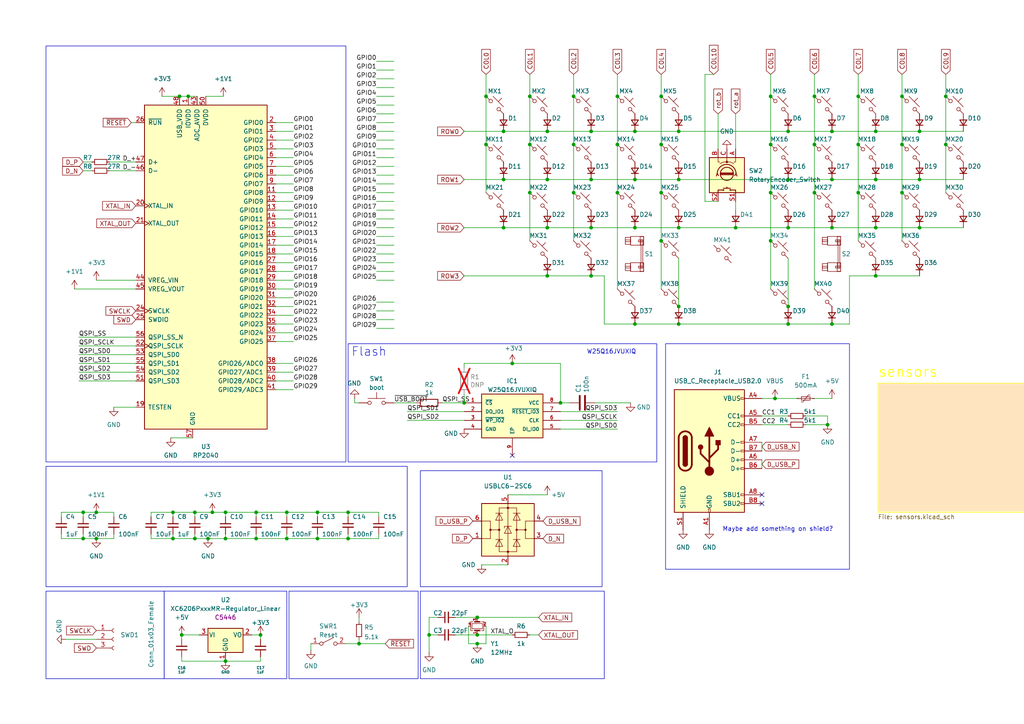
<source format=kicad_sch>
(kicad_sch (version 20231120) (generator "eeschema") (generator_version "8.0")
  (paper "A4")
  (junction (at 124.46 184.15))
  (junction (at 191.77 55.88))
  (junction (at 148.59 105.41))
  (junction (at 236.22 55.88))
  (junction (at 74.295 148.59))
  (junction (at 261.62 55.88))
  (junction (at 228.6 52.07))
  (junction (at 158.75 80.01))
  (junction (at 27.94 148.59))
  (junction (at 146.05 38.1))
  (junction (at 56.515 156.21))
  (junction (at 52.705 184.15) (diameter 0.9144))
  (junction (at 223.52 55.88))
  (junction (at 74.295 156.21))
  (junction (at 191.77 69.85))
  (junction (at 266.7 66.04))
  (junction (at 50.165 148.59))
  (junction (at 24.13 148.59))
  (junction (at 138.43 179.07))
  (junction (at 162.56 116.84))
  (junction (at 153.67 41.91))
  (junction (at 56.515 148.59))
  (junction (at 171.45 52.07))
  (junction (at 65.405 148.59))
  (junction (at 241.3 66.04))
  (junction (at 254 52.07))
  (junction (at 83.185 156.21))
  (junction (at 248.92 55.88))
  (junction (at 52.07 27.94))
  (junction (at 60.325 156.21))
  (junction (at 184.15 93.98))
  (junction (at 266.7 38.1))
  (junction (at 196.85 38.1))
  (junction (at 83.185 148.59))
  (junction (at 166.37 41.91))
  (junction (at 24.13 156.21))
  (junction (at 213.36 66.04))
  (junction (at 166.37 27.94))
  (junction (at 171.45 66.04))
  (junction (at 140.97 41.91))
  (junction (at 248.92 27.94))
  (junction (at 223.52 41.91))
  (junction (at 254 66.04))
  (junction (at 191.77 27.94))
  (junction (at 146.05 66.04))
  (junction (at 228.6 66.04))
  (junction (at 196.85 52.07))
  (junction (at 228.6 88.9))
  (junction (at 236.22 41.91))
  (junction (at 223.52 69.85))
  (junction (at 196.85 88.9))
  (junction (at 184.15 38.1))
  (junction (at 171.45 38.1))
  (junction (at 100.965 156.21))
  (junction (at 228.6 93.98))
  (junction (at 65.405 191.77) (diameter 0.9144))
  (junction (at 240.03 123.19))
  (junction (at 75.565 184.15) (diameter 0.9144))
  (junction (at 191.77 41.91))
  (junction (at 274.32 41.91))
  (junction (at 158.75 52.07))
  (junction (at 134.62 116.84))
  (junction (at 236.22 27.94))
  (junction (at 241.3 38.1))
  (junction (at 54.61 27.94))
  (junction (at 27.94 156.21))
  (junction (at 140.97 27.94))
  (junction (at 261.62 27.94))
  (junction (at 223.52 27.94))
  (junction (at 254 38.1))
  (junction (at 158.75 38.1))
  (junction (at 92.075 156.21))
  (junction (at 138.43 184.15))
  (junction (at 92.075 148.59))
  (junction (at 274.32 27.94))
  (junction (at 179.07 41.91))
  (junction (at 61.595 148.59))
  (junction (at 104.14 186.69))
  (junction (at 261.62 41.91))
  (junction (at 153.67 27.94))
  (junction (at 138.43 186.69))
  (junction (at 224.79 115.57))
  (junction (at 153.67 55.88))
  (junction (at 146.05 52.07))
  (junction (at 171.45 80.01))
  (junction (at 248.92 41.91))
  (junction (at 228.6 38.1))
  (junction (at 179.07 55.88))
  (junction (at 179.07 27.94))
  (junction (at 196.85 93.98))
  (junction (at 184.15 52.07))
  (junction (at 254 80.01))
  (junction (at 166.37 55.88))
  (junction (at 158.75 66.04))
  (junction (at 266.7 52.07))
  (junction (at 184.15 66.04))
  (junction (at 50.165 156.21))
  (junction (at 196.85 66.04))
  (junction (at 100.965 148.59))
  (junction (at 241.3 52.07))
  (junction (at 241.3 93.98))
  (junction (at 65.405 156.21))
  (no_connect (at 220.98 143.51))
  (no_connect (at 220.98 146.05))
  (no_connect (at 148.59 132.08))
  (wire (pts (xy 162.56 124.46) (xy 179.07 124.46)))
  (wire (pts (xy 83.185 148.59) (xy 83.185 149.86)))
  (wire (pts (xy 85.09 105.41) (xy 80.01 105.41)))
  (wire (pts (xy 109.22 92.71) (xy 114.3 92.71)))
  (wire (pts (xy 114.3 63.5) (xy 109.22 63.5)))
  (wire (pts (xy 146.05 52.07) (xy 158.75 52.07)))
  (wire (pts (xy 135.89 181.61) (xy 135.89 186.69)))
  (wire (pts (xy 191.77 69.85) (xy 191.77 83.82)))
  (wire (pts (xy 148.59 105.41) (xy 162.56 105.41)))
  (wire (pts (xy 109.22 81.28) (xy 114.3 81.28)))
  (wire (pts (xy 114.3 55.88) (xy 109.22 55.88)))
  (wire (pts (xy 114.3 22.86) (xy 109.22 22.86)))
  (wire (pts (xy 74.295 148.59) (xy 74.295 149.86)))
  (wire (pts (xy 228.6 93.98) (xy 241.3 93.98)))
  (wire (pts (xy 228.6 38.1) (xy 241.3 38.1)))
  (wire (pts (xy 27.94 81.28) (xy 39.37 81.28)))
  (wire (pts (xy 213.36 58.42) (xy 213.36 60.96)))
  (wire (pts (xy 248.92 55.88) (xy 248.92 69.85)))
  (wire (pts (xy 80.01 83.82) (xy 85.09 83.82)))
  (wire (pts (xy 85.09 91.44) (xy 80.01 91.44)))
  (wire (pts (xy 114.3 35.56) (xy 109.22 35.56)))
  (wire (pts (xy 120.65 116.84) (xy 114.3 116.84)))
  (wire (pts (xy 65.405 148.59) (xy 74.295 148.59)))
  (wire (pts (xy 24.13 154.94) (xy 24.13 156.21)))
  (wire (pts (xy 114.3 60.96) (xy 109.22 60.96)))
  (wire (pts (xy 65.405 191.77) (xy 75.565 191.77)))
  (wire (pts (xy 223.52 27.94) (xy 223.52 41.91)))
  (wire (pts (xy 179.07 41.91) (xy 179.07 55.88)))
  (wire (pts (xy 140.97 181.61) (xy 140.97 186.69)))
  (wire (pts (xy 134.62 105.41) (xy 134.62 106.68)))
  (wire (pts (xy 80.01 71.12) (xy 85.09 71.12)))
  (wire (pts (xy 109.22 95.25) (xy 114.3 95.25)))
  (wire (pts (xy 80.01 66.04) (xy 85.09 66.04)))
  (wire (pts (xy 46.99 27.94) (xy 52.07 27.94)))
  (wire (pts (xy 50.165 156.21) (xy 56.515 156.21)))
  (wire (pts (xy 134.62 80.01) (xy 158.75 80.01)))
  (wire (pts (xy 184.15 38.1) (xy 196.85 38.1)))
  (wire (pts (xy 204.47 58.42) (xy 208.28 58.42)))
  (wire (pts (xy 85.09 113.03) (xy 80.01 113.03)))
  (wire (pts (xy 104.14 116.84) (xy 102.87 116.84)))
  (wire (pts (xy 135.89 186.69) (xy 138.43 186.69)))
  (wire (pts (xy 140.97 41.91) (xy 140.97 55.88)))
  (wire (pts (xy 233.68 120.65) (xy 240.03 120.65)))
  (wire (pts (xy 100.965 148.59) (xy 100.965 149.86)))
  (wire (pts (xy 65.405 148.59) (xy 65.405 149.86)))
  (wire (pts (xy 204.47 21.59) (xy 207.01 21.59)))
  (wire (pts (xy 158.75 66.04) (xy 171.45 66.04)))
  (wire (pts (xy 104.14 186.69) (xy 111.76 186.69)))
  (wire (pts (xy 196.85 66.04) (xy 213.36 66.04)))
  (wire (pts (xy 61.595 148.59) (xy 65.405 148.59)))
  (wire (pts (xy 213.36 33.02) (xy 213.36 43.18)))
  (wire (pts (xy 228.6 52.07) (xy 241.3 52.07)))
  (wire (pts (xy 208.28 33.02) (xy 208.28 43.18)))
  (wire (pts (xy 166.37 55.88) (xy 166.37 69.85)))
  (wire (pts (xy 153.67 55.88) (xy 153.67 69.85)))
  (wire (pts (xy 261.62 21.59) (xy 261.62 27.94)))
  (wire (pts (xy 153.67 184.15) (xy 156.21 184.15)))
  (wire (pts (xy 100.33 186.69) (xy 104.14 186.69)))
  (wire (pts (xy 85.09 88.9) (xy 80.01 88.9)))
  (wire (pts (xy 17.78 148.59) (xy 17.78 149.86)))
  (wire (pts (xy 31.75 46.99) (xy 39.37 46.99)))
  (wire (pts (xy 140.97 21.59) (xy 140.97 27.94)))
  (wire (pts (xy 266.7 52.07) (xy 279.4 52.07)))
  (wire (pts (xy 56.515 154.94) (xy 56.515 156.21)))
  (wire (pts (xy 65.405 156.21) (xy 74.295 156.21)))
  (wire (pts (xy 261.62 27.94) (xy 261.62 41.91)))
  (wire (pts (xy 80.01 58.42) (xy 85.09 58.42)))
  (wire (pts (xy 254 38.1) (xy 266.7 38.1)))
  (wire (pts (xy 109.22 76.2) (xy 114.3 76.2)))
  (wire (pts (xy 140.97 186.69) (xy 138.43 186.69)))
  (wire (pts (xy 153.67 27.94) (xy 153.67 41.91)))
  (wire (pts (xy 127 179.07) (xy 124.46 179.07)))
  (wire (pts (xy 146.05 38.1) (xy 158.75 38.1)))
  (wire (pts (xy 114.3 50.8) (xy 109.22 50.8)))
  (wire (pts (xy 43.815 149.86) (xy 43.815 148.59)))
  (wire (pts (xy 104.14 185.42) (xy 104.14 186.69)))
  (wire (pts (xy 92.075 148.59) (xy 92.075 149.86)))
  (wire (pts (xy 100.965 156.21) (xy 109.855 156.21)))
  (wire (pts (xy 147.32 143.51) (xy 158.75 143.51)))
  (wire (pts (xy 191.77 21.59) (xy 191.77 27.94)))
  (wire (pts (xy 102.87 116.84) (xy 102.87 115.57)))
  (wire (pts (xy 27.94 148.59) (xy 24.13 148.59)))
  (wire (pts (xy 179.07 55.88) (xy 179.07 83.82)))
  (wire (pts (xy 261.62 55.88) (xy 261.62 69.85)))
  (wire (pts (xy 191.77 27.94) (xy 191.77 41.91)))
  (wire (pts (xy 24.13 156.21) (xy 27.94 156.21)))
  (wire (pts (xy 236.22 41.91) (xy 236.22 55.88)))
  (wire (pts (xy 179.07 121.92) (xy 162.56 121.92)))
  (wire (pts (xy 50.165 148.59) (xy 50.165 149.86)))
  (wire (pts (xy 114.3 30.48) (xy 109.22 30.48)))
  (wire (pts (xy 241.3 38.1) (xy 254 38.1)))
  (wire (pts (xy 171.45 38.1) (xy 184.15 38.1)))
  (wire (pts (xy 33.02 118.11) (xy 39.37 118.11)))
  (wire (pts (xy 246.38 80.01) (xy 246.38 93.98)))
  (wire (pts (xy 246.38 80.01) (xy 254 80.01)))
  (wire (pts (xy 204.47 21.59) (xy 204.47 58.42)))
  (wire (pts (xy 83.185 156.21) (xy 92.075 156.21)))
  (wire (pts (xy 80.01 73.66) (xy 85.09 73.66)))
  (wire (pts (xy 22.86 100.33) (xy 39.37 100.33)))
  (wire (pts (xy 266.7 66.04) (xy 279.4 66.04)))
  (wire (pts (xy 80.01 35.56) (xy 85.09 35.56)))
  (wire (pts (xy 75.565 190.5) (xy 75.565 191.77)))
  (wire (pts (xy 191.77 41.91) (xy 191.77 55.88)))
  (wire (pts (xy 74.295 156.21) (xy 74.295 154.94)))
  (wire (pts (xy 74.295 156.21) (xy 83.185 156.21)))
  (wire (pts (xy 80.01 40.64) (xy 85.09 40.64)))
  (wire (pts (xy 114.3 45.72) (xy 109.22 45.72)))
  (wire (pts (xy 33.02 148.59) (xy 33.02 149.86)))
  (wire (pts (xy 175.26 93.98) (xy 184.15 93.98)))
  (wire (pts (xy 104.14 179.07) (xy 104.14 180.34)))
  (wire (pts (xy 109.22 90.17) (xy 114.3 90.17)))
  (wire (pts (xy 134.62 52.07) (xy 146.05 52.07)))
  (wire (pts (xy 254 66.04) (xy 266.7 66.04)))
  (wire (pts (xy 274.32 21.59) (xy 274.32 27.94)))
  (wire (pts (xy 19.05 185.42) (xy 27.94 185.42)))
  (wire (pts (xy 85.09 86.36) (xy 80.01 86.36)))
  (wire (pts (xy 254 52.07) (xy 266.7 52.07)))
  (wire (pts (xy 83.185 148.59) (xy 92.075 148.59)))
  (wire (pts (xy 138.43 184.15) (xy 148.59 184.15)))
  (wire (pts (xy 17.78 156.21) (xy 24.13 156.21)))
  (wire (pts (xy 140.97 27.94) (xy 140.97 41.91)))
  (wire (pts (xy 171.45 52.07) (xy 184.15 52.07)))
  (wire (pts (xy 196.85 74.93) (xy 196.85 88.9)))
  (wire (pts (xy 39.37 105.41) (xy 22.86 105.41)))
  (wire (pts (xy 240.03 120.65) (xy 240.03 123.19)))
  (wire (pts (xy 56.515 156.21) (xy 60.325 156.21)))
  (wire (pts (xy 220.98 120.65) (xy 228.6 120.65)))
  (wire (pts (xy 56.515 148.59) (xy 61.595 148.59)))
  (wire (pts (xy 38.1 35.56) (xy 39.37 35.56)))
  (wire (pts (xy 80.01 45.72) (xy 85.09 45.72)))
  (wire (pts (xy 241.3 52.07) (xy 254 52.07)))
  (wire (pts (xy 114.3 25.4) (xy 109.22 25.4)))
  (wire (pts (xy 49.53 127) (xy 55.88 127)))
  (wire (pts (xy 75.565 184.15) (xy 75.565 185.42)))
  (wire (pts (xy 24.13 148.59) (xy 17.78 148.59)))
  (wire (pts (xy 182.88 116.84) (xy 172.72 116.84)))
  (wire (pts (xy 85.09 99.06) (xy 80.01 99.06)))
  (wire (pts (xy 274.32 41.91) (xy 274.32 55.88)))
  (wire (pts (xy 33.02 156.21) (xy 33.02 154.94)))
  (wire (pts (xy 248.92 27.94) (xy 248.92 41.91)))
  (wire (pts (xy 109.22 71.12) (xy 114.3 71.12)))
  (wire (pts (xy 39.37 83.82) (xy 21.59 83.82)))
  (wire (pts (xy 236.22 21.59) (xy 236.22 27.94)))
  (wire (pts (xy 80.01 50.8) (xy 85.09 50.8)))
  (wire (pts (xy 220.98 133.35) (xy 220.98 135.89)))
  (wire (pts (xy 134.62 121.92) (xy 118.11 121.92)))
  (wire (pts (xy 92.075 156.21) (xy 100.965 156.21)))
  (wire (pts (xy 109.22 68.58) (xy 114.3 68.58)))
  (wire (pts (xy 132.08 184.15) (xy 138.43 184.15)))
  (wire (pts (xy 220.98 115.57) (xy 224.79 115.57)))
  (wire (pts (xy 73.025 184.15) (xy 75.565 184.15)))
  (wire (pts (xy 52.07 27.94) (xy 54.61 27.94)))
  (wire (pts (xy 114.3 53.34) (xy 109.22 53.34)))
  (wire (pts (xy 17.78 154.94) (xy 17.78 156.21)))
  (wire (pts (xy 39.37 107.95) (xy 22.86 107.95)))
  (wire (pts (xy 213.36 66.04) (xy 228.6 66.04)))
  (wire (pts (xy 223.52 41.91) (xy 223.52 55.88)))
  (wire (pts (xy 138.43 179.07) (xy 156.21 179.07)))
  (wire (pts (xy 266.7 38.1) (xy 279.4 38.1)))
  (wire (pts (xy 85.09 93.98) (xy 80.01 93.98)))
  (wire (pts (xy 80.01 38.1) (xy 85.09 38.1)))
  (wire (pts (xy 166.37 41.91) (xy 166.37 55.88)))
  (wire (pts (xy 80.01 78.74) (xy 85.09 78.74)))
  (wire (pts (xy 52.705 190.5) (xy 52.705 191.77)))
  (wire (pts (xy 39.37 102.87) (xy 22.86 102.87)))
  (wire (pts (xy 236.22 27.94) (xy 236.22 41.91)))
  (wire (pts (xy 109.855 156.21) (xy 109.855 154.94)))
  (wire (pts (xy 114.3 66.04) (xy 109.22 66.04)))
  (wire (pts (xy 59.69 27.94) (xy 64.77 27.94)))
  (wire (pts (xy 85.09 107.95) (xy 80.01 107.95)))
  (wire (pts (xy 184.15 52.07) (xy 196.85 52.07)))
  (wire (pts (xy 196.85 93.98) (xy 228.6 93.98)))
  (wire (pts (xy 191.77 55.88) (xy 191.77 69.85)))
  (wire (pts (xy 90.17 188.595) (xy 90.17 186.69)))
  (wire (pts (xy 241.3 66.04) (xy 254 66.04)))
  (wire (pts (xy 114.3 40.64) (xy 109.22 40.64)))
  (wire (pts (xy 158.75 38.1) (xy 171.45 38.1)))
  (wire (pts (xy 54.61 27.94) (xy 57.15 27.94)))
  (wire (pts (xy 74.295 148.59) (xy 83.185 148.59)))
  (wire (pts (xy 80.01 53.34) (xy 85.09 53.34)))
  (wire (pts (xy 22.86 97.79) (xy 39.37 97.79)))
  (wire (pts (xy 254 80.01) (xy 266.7 80.01)))
  (wire (pts (xy 85.09 96.52) (xy 80.01 96.52)))
  (wire (pts (xy 171.45 80.01) (xy 175.26 80.01)))
  (wire (pts (xy 80.01 68.58) (xy 85.09 68.58)))
  (wire (pts (xy 27.94 148.59) (xy 33.02 148.59)))
  (wire (pts (xy 52.705 184.15) (xy 57.785 184.15)))
  (wire (pts (xy 184.15 93.98) (xy 196.85 93.98)))
  (wire (pts (xy 124.46 179.07) (xy 124.46 184.15)))
  (wire (pts (xy 196.85 38.1) (xy 228.6 38.1)))
  (wire (pts (xy 43.815 154.94) (xy 43.815 156.21)))
  (wire (pts (xy 80.01 60.96) (xy 85.09 60.96)))
  (wire (pts (xy 171.45 66.04) (xy 184.15 66.04)))
  (wire (pts (xy 196.85 52.07) (xy 228.6 52.07)))
  (wire (pts (xy 165.1 116.84) (xy 162.56 116.84)))
  (wire (pts (xy 24.13 148.59) (xy 24.13 149.86)))
  (wire (pts (xy 220.98 123.19) (xy 228.6 123.19)))
  (wire (pts (xy 134.62 66.04) (xy 146.05 66.04)))
  (wire (pts (xy 80.01 63.5) (xy 85.09 63.5)))
  (wire (pts (xy 220.98 128.27) (xy 220.98 130.81)))
  (wire (pts (xy 109.855 148.59) (xy 109.855 149.86)))
  (wire (pts (xy 124.46 184.15) (xy 127 184.15)))
  (wire (pts (xy 128.27 116.84) (xy 134.62 116.84)))
  (wire (pts (xy 114.3 58.42) (xy 109.22 58.42)))
  (wire (pts (xy 114.3 48.26) (xy 109.22 48.26)))
  (wire (pts (xy 224.79 115.57) (xy 231.14 115.57)))
  (wire (pts (xy 52.705 184.15) (xy 52.705 185.42)))
  (wire (pts (xy 56.515 148.59) (xy 50.165 148.59)))
  (wire (pts (xy 241.3 93.98) (xy 246.38 93.98)))
  (wire (pts (xy 179.07 21.59) (xy 179.07 27.94)))
  (wire (pts (xy 139.7 163.83) (xy 147.32 163.83)))
  (wire (pts (xy 166.37 21.59) (xy 166.37 27.94)))
  (wire (pts (xy 114.3 27.94) (xy 109.22 27.94)))
  (wire (pts (xy 248.92 41.91) (xy 248.92 55.88)))
  (wire (pts (xy 65.405 156.21) (xy 65.405 154.94)))
  (wire (pts (xy 153.67 21.59) (xy 153.67 27.94)))
  (wire (pts (xy 80.01 43.18) (xy 85.09 43.18)))
  (wire (pts (xy 132.08 179.07) (xy 138.43 179.07)))
  (wire (pts (xy 134.62 119.38) (xy 118.11 119.38)))
  (wire (pts (xy 85.09 110.49) (xy 80.01 110.49)))
  (wire (pts (xy 236.22 55.88) (xy 236.22 83.82)))
  (wire (pts (xy 109.22 73.66) (xy 114.3 73.66)))
  (wire (pts (xy 50.165 154.94) (xy 50.165 156.21)))
  (wire (pts (xy 223.52 55.88) (xy 223.52 69.85)))
  (wire (pts (xy 134.62 38.1) (xy 146.05 38.1)))
  (wire (pts (xy 83.185 154.94) (xy 83.185 156.21)))
  (wire (pts (xy 146.05 66.04) (xy 158.75 66.04)))
  (wire (pts (xy 274.32 27.94) (xy 274.32 41.91)))
  (wire (pts (xy 134.62 105.41) (xy 148.59 105.41)))
  (wire (pts (xy 27.94 156.21) (xy 33.02 156.21)))
  (wire (pts (xy 92.075 148.59) (xy 100.965 148.59)))
  (wire (pts (xy 158.75 52.07) (xy 171.45 52.07)))
  (wire (pts (xy 65.405 191.77) (xy 52.705 191.77)))
  (wire (pts (xy 109.22 87.63) (xy 114.3 87.63)))
  (wire (pts (xy 114.3 20.32) (xy 109.22 20.32)))
  (wire (pts (xy 24.13 46.99) (xy 26.67 46.99)))
  (wire (pts (xy 162.56 119.38) (xy 179.07 119.38)))
  (wire (pts (xy 162.56 105.41) (xy 162.56 116.84)))
  (wire (pts (xy 223.52 69.85) (xy 223.52 83.82)))
  (wire (pts (xy 228.6 66.04) (xy 241.3 66.04)))
  (wire (pts (xy 248.92 21.59) (xy 248.92 27.94)))
  (wire (pts (xy 233.68 123.19) (xy 240.03 123.19)))
  (wire (pts (xy 175.26 80.01) (xy 175.26 93.98)))
  (wire (pts (xy 184.15 66.04) (xy 196.85 66.04)))
  (wire (pts (xy 153.67 41.91) (xy 153.67 55.88)))
  (wire (pts (xy 179.07 27.94) (xy 179.07 41.91)))
  (wire (pts (xy 134.62 114.3) (xy 134.62 116.84)))
  (wire (pts (xy 114.3 33.02) (xy 109.22 33.02)))
  (wire (pts (xy 39.37 110.49) (xy 22.86 110.49)))
  (wire (pts (xy 261.62 41.91) (xy 261.62 55.88)))
  (wire (pts (xy 158.75 80.01) (xy 171.45 80.01)))
  (wire (pts (xy 80.01 48.26) (xy 85.09 48.26)))
  (wire (pts (xy 223.52 21.59) (xy 223.52 27.94)))
  (wire (pts (xy 80.01 55.88) (xy 85.09 55.88)))
  (wire (pts (xy 100.965 156.21) (xy 100.965 154.94)))
  (wire (pts (xy 109.22 78.74) (xy 114.3 78.74)))
  (wire (pts (xy 43.815 156.21) (xy 50.165 156.21)))
  (wire (pts (xy 56.515 148.59) (xy 56.515 149.86)))
  (wire (pts (xy 114.3 43.18) (xy 109.22 43.18)))
  (wire (pts (xy 114.3 38.1) (xy 109.22 38.1)))
  (wire (pts (xy 228.6 74.93) (xy 228.6 88.9)))
  (wire (pts (xy 92.075 154.94) (xy 92.075 156.21)))
  (wire (pts (xy 60.325 156.21) (xy 65.405 156.21)))
  (wire (pts (xy 31.75 49.53) (xy 39.37 49.53)))
  (wire (pts (xy 80.01 81.28) (xy 85.09 81.28)))
  (wire (pts (xy 24.13 49.53) (xy 26.67 49.53)))
  (wire (pts (xy 236.22 115.57) (xy 241.3 115.57)))
  (wire (pts (xy 100.965 148.59) (xy 109.855 148.59)))
  (wire (pts (xy 80.01 76.2) (xy 85.09 76.2)))
  (wire (pts (xy 114.3 17.78) (xy 109.22 17.78)))
  (wire (pts (xy 124.46 184.15) (xy 124.46 189.23)))
  (wire (pts (xy 166.37 27.94) (xy 166.37 41.91)))
  (wire (pts (xy 43.815 148.59) (xy 50.165 148.59)))
  (rectangle (start 193.04 99.695) (end 246.38 165.1))
  (rectangle (start 83.82 171.45) (end 121.285 196.85))
  (rectangle (start 47.625 171.45) (end 83.185 196.85))
  (rectangle (start 13.335 135.255) (end 118.11 170.18))
  (rectangle (start 13.335 13.335) (end 100.33 133.985))
  (rectangle (start 121.92 136.525) (end 174.625 170.18))
  (rectangle (start 121.92 171.45) (end 175.26 196.85))
  (rectangle (start 13.335 171.45) (end 47.625 196.85))
  (rectangle (start 100.965 99.695) (end 190.5 133.985))
  (text "W25Q16JVUXIQ" (at 170.18 102.87 0) (effects (font (size 1.27 1.27)) (justify left bottom)))
  (text "Maybe add something on shield?" (at 209.55 154.305 0) (effects (font (size 1.27 1.27)) (justify left bottom)))
  (text "Flash" (at 101.854 103.632 0) (effects (font (size 2.54 2.54)) (justify left bottom)))
  (label "GPIO29" (at 109.22 95.25 180))
  (label "GPIO10" (at 85.09 60.96 0))
  (label "GPIO4" (at 109.22 27.94 180))
  (label "GPIO18" (at 109.22 63.5 180))
  (label "GPIO25" (at 85.09 99.06 0))
  (label "GPIO4" (at 85.09 45.72 0))
  (label "GPIO24" (at 85.09 96.52 0))
  (label "QSPI_SD2" (at 118.11 121.92 0))
  (label "GPIO23" (at 109.22 76.2 180))
  (label "GPIO23" (at 85.09 93.98 0))
  (label "GPIO12" (at 109.22 48.26 180))
  (label "GPIO9" (at 109.22 40.64 180))
  (label "GPIO22" (at 109.22 73.66 180))
  (label "XTAL_O" (at 142.24 184.15 0))
  (label "GPIO1" (at 85.09 38.1 0))
  (label "GPIO27" (at 85.09 107.95 0))
  (label "QSPI_SD0" (at 22.86 102.87 0))
  (label "GPIO3" (at 85.09 43.18 0))
  (label "GPIO21" (at 85.09 88.9 0))
  (label "GPIO0" (at 109.22 17.78 180))
  (label "GPIO15" (at 85.09 73.66 0))
  (label "GPIO2" (at 85.09 40.64 0))
  (label "GPIO27" (at 109.22 90.17 180))
  (label "GPIO25" (at 109.22 81.28 180))
  (label "QSPI_SD3" (at 22.86 110.49 0))
  (label "GPIO15" (at 109.22 55.88 180))
  (label "GPIO14" (at 85.09 71.12 0))
  (label "GPIO13" (at 109.22 50.8 180))
  (label "QSPI_SCLK" (at 22.86 100.33 0))
  (label "GPIO20" (at 85.09 86.36 0))
  (label "GPIO29" (at 85.09 113.03 0))
  (label "GPIO28" (at 109.22 92.71 180))
  (label "QSPI_SCLK" (at 179.07 121.92 180))
  (label "QSPI_SS" (at 22.86 97.79 0))
  (label "QSPI_SD1" (at 118.11 119.38 0))
  (label "GPIO10" (at 109.22 43.18 180))
  (label "GPIO7" (at 85.09 53.34 0))
  (label "GPIO5" (at 109.22 30.48 180))
  (label "GPIO18" (at 85.09 81.28 0))
  (label "GPIO6" (at 109.22 33.02 180))
  (label "GPIO7" (at 109.22 35.56 180))
  (label "CC1" (at 220.98 120.65 0))
  (label "GPIO26" (at 109.22 87.63 180))
  (label "GPIO11" (at 109.22 45.72 180))
  (label "QSPI_SD0" (at 179.07 124.46 180))
  (label "QSPI_SS" (at 128.27 116.84 0))
  (label "QSPI_SD1" (at 22.86 105.41 0))
  (label "GPIO3" (at 109.22 25.4 180))
  (label "GPIO6" (at 85.09 50.8 0))
  (label "GPIO0" (at 85.09 35.56 0))
  (label "GPIO19" (at 109.22 66.04 180))
  (label "GPIO28" (at 85.09 110.49 0))
  (label "GPIO13" (at 85.09 68.58 0))
  (label "GPIO24" (at 109.22 78.74 180))
  (label "GPIO8" (at 109.22 38.1 180))
  (label "GPIO14" (at 109.22 53.34 180))
  (label "QSPI_SD2" (at 22.86 107.95 0))
  (label "GPIO12" (at 85.09 66.04 0))
  (label "GPIO9" (at 85.09 58.42 0))
  (label "GPIO17" (at 109.22 60.96 180))
  (label "GPIO1" (at 109.22 20.32 180))
  (label "GPIO17" (at 85.09 78.74 0))
  (label "GPIO5" (at 85.09 48.26 0))
  (label "D_-" (at 35.56 49.53 0))
  (label "CC2" (at 220.98 123.19 0))
  (label "GPIO19" (at 85.09 83.82 0))
  (label "GPIO26" (at 85.09 105.41 0))
  (label "GPIO22" (at 85.09 91.44 0))
  (label "GPIO11" (at 85.09 63.5 0))
  (label "GPIO8" (at 85.09 55.88 0))
  (label "~{USB_BOOT}" (at 114.3 116.84 0))
  (label "QSPI_SD3" (at 179.07 119.38 180))
  (label "D_+" (at 35.56 46.99 0))
  (label "GPIO20" (at 109.22 68.58 180))
  (label "GPIO16" (at 85.09 76.2 0))
  (label "GPIO2" (at 109.22 22.86 180))
  (label "GPIO16" (at 109.22 58.42 180))
  (label "GPIO21" (at 109.22 71.12 180))
  (global_label "D_USB_N" (shape input) (at 220.98 129.54 0) (property "Intersheetrefs" "${INTERSHEET_REFS}" (effects (hide yes))))
  (global_label "SWCLK" (shape input) (at 39.37 90.17 180) (property "Intersheetrefs" "${INTERSHEET_REFS}" (effects (hide yes))))
  (global_label "COL0" (shape input) (at 140.97 21.59 90) (property "Intersheetrefs" "${INTERSHEET_REFS}" (effects (hide yes))))
  (global_label "XTAL_IN" (shape input) (at 156.21 179.07 0) (property "Intersheetrefs" "${INTERSHEET_REFS}" (effects (hide yes))))
  (global_label "SWD" (shape input) (at 27.94 187.96 180) (property "Intersheetrefs" "${INTERSHEET_REFS}" (effects (hide yes))))
  (global_label "SWD" (shape input) (at 39.37 92.71 180) (property "Intersheetrefs" "${INTERSHEET_REFS}" (effects (hide yes))))
  (global_label "D_USB_P" (shape input) (at 137.16 151.13 180) (property "Intersheetrefs" "${INTERSHEET_REFS}" (effects (hide yes))))
  (global_label "D_N" (shape input) (at 24.13 49.53 180) (property "Intersheetrefs" "${INTERSHEET_REFS}" (effects (hide yes))))
  (global_label "XTAL_IN" (shape input) (at 39.37 59.69 180) (property "Intersheetrefs" "${INTERSHEET_REFS}" (effects (hide yes))))
  (global_label "ROW2" (shape input) (at 134.62 66.04 180) (property "Intersheetrefs" "${INTERSHEET_REFS}" (effects (hide yes))))
  (global_label "SWCLK" (shape input) (at 27.94 182.88 180) (property "Intersheetrefs" "${INTERSHEET_REFS}" (effects (hide yes))))
  (global_label "D_N" (shape input) (at 157.48 156.21 0) (property "Intersheetrefs" "${INTERSHEET_REFS}" (effects (hide yes))))
  (global_label "D_P" (shape input) (at 137.16 156.21 180) (property "Intersheetrefs" "${INTERSHEET_REFS}" (effects (hide yes))))
  (global_label "COL2" (shape input) (at 166.37 21.59 90) (property "Intersheetrefs" "${INTERSHEET_REFS}" (effects (hide yes))))
  (global_label "ROW1" (shape input) (at 134.62 52.07 180) (property "Intersheetrefs" "${INTERSHEET_REFS}" (effects (hide yes))))
  (global_label "ROW3" (shape input) (at 134.62 80.01 180) (property "Intersheetrefs" "${INTERSHEET_REFS}" (effects (hide yes))))
  (global_label "~{RESET}" (shape input) (at 111.76 186.69 0) (property "Intersheetrefs" "${INTERSHEET_REFS}" (effects (hide yes))))
  (global_label "COL9" (shape input) (at 274.32 21.59 90) (property "Intersheetrefs" "${INTERSHEET_REFS}" (effects (hide yes))))
  (global_label "COL3" (shape input) (at 179.07 21.59 90) (property "Intersheetrefs" "${INTERSHEET_REFS}" (effects (hide yes))))
  (global_label "D_P" (shape input) (at 24.13 46.99 180) (property "Intersheetrefs" "${INTERSHEET_REFS}" (effects (hide yes))))
  (global_label "COL6" (shape input) (at 236.22 21.59 90) (property "Intersheetrefs" "${INTERSHEET_REFS}" (effects (hide yes))))
  (global_label "COL5" (shape input) (at 223.52 21.59 90) (property "Intersheetrefs" "${INTERSHEET_REFS}" (effects (hide yes))))
  (global_label "COL10" (shape input) (at 207.01 21.59 90) (property "Intersheetrefs" "${INTERSHEET_REFS}" (effects (hide yes))))
  (global_label "D_USB_P" (shape input) (at 220.98 134.62 0) (property "Intersheetrefs" "${INTERSHEET_REFS}" (effects (hide yes))))
  (global_label "COL1" (shape input) (at 153.67 21.59 90) (property "Intersheetrefs" "${INTERSHEET_REFS}" (effects (hide yes))))
  (global_label "rot_a" (shape input) (at 213.36 33.02 90) (property "Intersheetrefs" "${INTERSHEET_REFS}" (effects (hide yes))))
  (global_label "XTAL_OUT" (shape input) (at 39.37 64.77 180) (property "Intersheetrefs" "${INTERSHEET_REFS}" (effects (hide yes))))
  (global_label "COL7" (shape input) (at 248.92 21.59 90) (property "Intersheetrefs" "${INTERSHEET_REFS}" (effects (hide yes))))
  (global_label "D_USB_N" (shape input) (at 157.48 151.13 0) (property "Intersheetrefs" "${INTERSHEET_REFS}" (effects (hide yes))))
  (global_label "XTAL_OUT" (shape input) (at 156.21 184.15 0) (property "Intersheetrefs" "${INTERSHEET_REFS}" (effects (hide yes))))
  (global_label "ROW0" (shape input) (at 134.62 38.1 180) (property "Intersheetrefs" "${INTERSHEET_REFS}" (effects (hide yes))))
  (global_label "~{RESET}" (shape input) (at 38.1 35.56 180) (property "Intersheetrefs" "${INTERSHEET_REFS}" (effects (hide yes))))
  (global_label "COL8" (shape input) (at 261.62 21.59 90) (property "Intersheetrefs" "${INTERSHEET_REFS}" (effects (hide yes))))
  (global_label "COL4" (shape input) (at 191.77 21.59 90) (property "Intersheetrefs" "${INTERSHEET_REFS}" (effects (hide yes))))
  (global_label "rot_b" (shape input) (at 208.28 33.02 90) (property "Intersheetrefs" "${INTERSHEET_REFS}" (effects (hide yes))))
  (symbol (lib_id "W25Q16JVUXIQ:W25Q16JVUXIQ") (at 120.65 116.84 0) (unit 1)
    (property "Reference" "IC1" (at 148.59 110.49 0))
    (property "Value" "W25Q16JVUXIQ" (at 148.59 113.03 0))
    (property "Footprint" "W25Q16JVUXIQ:SON50P300X200X60-9N" (effects (hide yes)))
    (property "Datasheet" "https://datasheet.lcsc.com/lcsc/2205122030_Winbond-Elec-W25Q16JVUXIQ_C2843335.pdf" (effects (hide yes)))
    (property "MANUFACTURER_NAME" "Winbond" (effects (hide yes)))
    (property "HEIGHT" "0.6mm" (effects (hide yes)))
    (property "DESCRIPTION" "SPIFLASH, 3V, 16M-BIT, 4KB UNIFO" (effects (hide yes)))
    (property "MANUFACTURER_PART_NUMBER" "W25Q16JVUXIQ" (effects (hide yes)))
    (property "LCSC Part" "C2843335" (effects (hide yes)))
    (property "LCSC" "C2843335" (effects (hide yes)))
  )
  (symbol (lib_id "PCM_marbastlib-mx:MX_SW_solder") (at 238.76 30.48 0) (unit 1)
    (property "Reference" "MX7" (at 238.76 26.416 0))
    (property "Value" "MX_SW_solder" (effects (hide yes)))
    (property "Footprint" "PCM_marbastlib-mx:SW_MX_1u" (effects (hide yes)))
    (property "Description" "Push button switch, normally open, two pins, 45° tilted" (effects (hide yes)))
  )
  (symbol (lib_id "PCM_marbastlib-mx:MX_SW_solder") (at 264.16 44.45 0) (unit 1)
    (property "Reference" "MX19" (at 264.16 40.386 0))
    (property "Value" "MX_SW_solder" (effects (hide yes)))
    (property "Footprint" "PCM_marbastlib-mx:SW_MX_1u" (effects (hide yes)))
    (property "Description" "Push button switch, normally open, two pins, 45° tilted" (effects (hide yes)))
  )
  (symbol (lib_id "Device:R_Small") (at 29.21 49.53 90) (unit 1)
    (property "Reference" "R8" (at 25.4 48.26 90))
    (property "Value" "27R" (at 33.02 48.26 90))
    (property "Footprint" "Resistor_SMD:R_0603_1608Metric" (effects (hide yes)))
    (property "LCSC" "C25190" (effects (hide yes)))
  )
  (symbol (lib_id "Device:RotaryEncoder_Switch") (at 210.82 50.8 270) (unit 1)
    (property "Reference" "SW2" (at 217.17 49.5299 90) (effects (justify left)))
    (property "Value" "RotaryEncoder_Switch" (at 217.17 52.0699 90) (effects (justify left)))
    (property "Footprint" "PCM_marbastlib-various:ROT_Alps_EC11E-Switch" (effects (hide yes)))
    (property "Description" "Rotary encoder, dual channel, incremental quadrate outputs, with switch" (effects (hide yes)))
  )
  (symbol (lib_id "PCM_marbastlib-mx:MX_SW_solder") (at 226.06 86.36 0) (unit 1)
    (property "Reference" "MX39" (at 226.06 82.296 0))
    (property "Value" "MX_SW_solder" (effects (hide yes)))
    (property "Footprint" "PCM_marbastlib-mx:SW_MX_1.5u" (effects (hide yes)))
    (property "Description" "Push button switch, normally open, two pins, 45° tilted" (effects (hide yes)))
  )
  (symbol (lib_id "Device:R") (at 124.46 116.84 270) (unit 1)
    (property "Reference" "R2" (at 124.46 111.5822 90))
    (property "Value" "1k" (at 124.46 113.8936 90))
    (property "Footprint" "Resistor_SMD:R_0402_1005Metric" (effects (hide yes)))
    (property "Datasheet" "https://datasheet.lcsc.com/lcsc/2205311845_UNI-ROYAL-Uniroyal-Elec-0402WGJ0102TCE_C25543.pdf" (effects (hide yes)))
    (property "LCSC Part" "C25543" (effects (hide yes)))
    (property "LCSC" "C25543" (effects (hide yes)))
  )
  (symbol (lib_id "power:GND") (at 60.325 156.21 0) (unit 1)
    (property "Reference" "#PWR025" (effects (hide yes)))
    (property "Value" "GND" (at 60.325 161.29 0))
  )
  (symbol (lib_id "PCM_marbastlib-mx:MX_SW_solder") (at 156.21 44.45 0) (unit 1)
    (property "Reference" "MX12" (at 156.21 40.386 0))
    (property "Value" "MX_SW_solder" (effects (hide yes)))
    (property "Footprint" "PCM_marbastlib-mx:SW_MX_1u" (effects (hide yes)))
    (property "Description" "Push button switch, normally open, two pins, 45° tilted" (effects (hide yes)))
  )
  (symbol (lib_id "Device:R_Small") (at 29.21 46.99 90) (unit 1)
    (property "Reference" "R7" (at 25.4 45.72 90))
    (property "Value" "27R" (at 33.02 45.72 90))
    (property "Footprint" "Resistor_SMD:R_0603_1608Metric" (effects (hide yes)))
    (property "LCSC" "C25190" (effects (hide yes)))
  )
  (symbol (lib_id "Device:R_Small") (at 104.14 182.88 0) (unit 1)
    (property "Reference" "R5" (at 105.6386 181.9715 0) (effects (justify left)))
    (property "Value" "5.1k" (at 105.6386 184.7466 0) (effects (justify left)))
    (property "Footprint" "Resistor_SMD:R_0402_1005Metric" (effects (hide yes)))
  )
  (symbol (lib_id "Connector:Conn_01x03_Female") (at 33.02 185.42 0) (unit 1)
    (property "Reference" "SWD1" (at 34.925 184.1499 0) (effects (justify left)))
    (property "Value" "Conn_01x03_Female" (at 43.815 193.675 90) (effects (justify left)))
    (property "Footprint" "Connector_PinHeader_2.54mm:PinHeader_1x03_P2.54mm_Vertical" (effects (hide yes)))
  )
  (symbol (lib_id "power:GND") (at 65.405 191.77 0) (unit 1)
    (property "Reference" "#PWR026" (effects (hide yes)))
    (property "Value" "GND" (at 65.405 194.945 0) (effects (font (size 0.762 0.762))))
  )
  (symbol (lib_id "PCM_marbastlib-mx:MX_SW_solder") (at 181.61 86.36 0) (unit 1)
    (property "Reference" "MX37" (at 181.61 82.296 0))
    (property "Value" "MX_SW_solder" (effects (hide yes)))
    (property "Footprint" "PCM_marbastlib-mx:SW_MX_1.25u" (effects (hide yes)))
    (property "Description" "Push button switch, normally open, two pins, 45° tilted" (effects (hide yes)))
  )
  (symbol (lib_id "Device:C_Small") (at 24.13 152.4 0) (unit 1)
    (property "Reference" "C5" (at 25.4 149.8599 0) (effects (justify left)))
    (property "Value" "100nF" (at 25.4 154.9399 0) (effects (justify left)))
    (property "Footprint" "Capacitor_SMD:C_0402_1005Metric" (effects (hide yes)))
    (property "LCSC" "C1525" (effects (hide yes)))
  )
  (symbol (lib_id "Device:D_Small") (at 228.6 91.44 90) (unit 1)
    (property "Reference" "D39" (at 229.87 90.17 90) (effects (justify right)))
    (property "Value" "D_Small" (effects (hide yes)))
    (property "Footprint" "Diode_SMD:D_SOD-123F" (effects (hide yes)))
    (property "Description" "Diode, small symbol" (effects (hide yes)))
    (property "Sim.Device" "D" (effects (hide yes)))
    (property "Sim.Pins" "1=K 2=A" (effects (hide yes)))
  )
  (symbol (lib_id "PCM_marbastlib-mx:MX_SW_solder") (at 276.86 58.42 0) (unit 1)
    (property "Reference" "MX30" (at 276.86 54.356 0))
    (property "Value" "MX_SW_solder" (effects (hide yes)))
    (property "Footprint" "PCM_marbastlib-mx:SW_MX_1u" (effects (hide yes)))
    (property "Description" "Push button switch, normally open, two pins, 45° tilted" (effects (hide yes)))
  )
  (symbol (lib_id "power:+3V3") (at 104.14 179.07 0) (unit 1)
    (property "Reference" "#PWR011" (effects (hide yes)))
    (property "Value" "+3V3" (at 104.14 175.4655 0))
  )
  (symbol (lib_id "PCM_marbastlib-mx:MX_SW_solder") (at 251.46 44.45 0) (unit 1)
    (property "Reference" "MX18" (at 251.46 40.386 0))
    (property "Value" "MX_SW_solder" (effects (hide yes)))
    (property "Footprint" "PCM_marbastlib-mx:SW_MX_1u" (effects (hide yes)))
    (property "Description" "Push button switch, normally open, two pins, 45° tilted" (effects (hide yes)))
  )
  (symbol (lib_id "Device:D_Small") (at 171.45 49.53 90) (unit 1)
    (property "Reference" "D13" (at 172.72 48.26 90) (effects (justify right)))
    (property "Value" "D_Small" (effects (hide yes)))
    (property "Footprint" "Diode_SMD:D_SOD-123F" (effects (hide yes)))
    (property "Description" "Diode, small symbol" (effects (hide yes)))
    (property "Sim.Device" "D" (effects (hide yes)))
    (property "Sim.Pins" "1=K 2=A" (effects (hide yes)))
  )
  (symbol (lib_id "PCM_marbastlib-mx:MX_SW_solder") (at 194.31 86.36 0) (unit 1)
    (property "Reference" "MX38" (at 194.31 82.296 0))
    (property "Value" "MX_SW_solder" (effects (hide yes)))
    (property "Footprint" "PCM_marbastlib-mx:SW_MX_1.5u" (effects (hide yes)))
    (property "Description" "Push button switch, normally open, two pins, 45° tilted" (effects (hide yes)))
  )
  (symbol (lib_id "PCM_marbastlib-mx:MX_SW_solder") (at 181.61 30.48 0) (unit 1)
    (property "Reference" "MX4" (at 181.61 26.416 0))
    (property "Value" "MX_SW_solder" (effects (hide yes)))
    (property "Footprint" "PCM_marbastlib-mx:SW_MX_1u" (effects (hide yes)))
    (property "Description" "Push button switch, normally open, two pins, 45° tilted" (effects (hide yes)))
  )
  (symbol (lib_id "PCM_marbastlib-mx:MX_SW_solder") (at 264.16 58.42 0) (unit 1)
    (property "Reference" "MX29" (at 264.16 54.356 0))
    (property "Value" "MX_SW_solder" (effects (hide yes)))
    (property "Footprint" "PCM_marbastlib-mx:SW_MX_1u" (effects (hide yes)))
    (property "Description" "Push button switch, normally open, two pins, 45° tilted" (effects (hide yes)))
  )
  (symbol (lib_id "Device:D_Small") (at 196.85 91.44 90) (unit 1)
    (property "Reference" "D38" (at 198.12 90.17 90) (effects (justify right)))
    (property "Value" "D_Small" (effects (hide yes)))
    (property "Footprint" "Diode_SMD:D_SOD-123F" (effects (hide yes)))
    (property "Description" "Diode, small symbol" (effects (hide yes)))
    (property "Sim.Device" "D" (effects (hide yes)))
    (property "Sim.Pins" "1=K 2=A" (effects (hide yes)))
  )
  (symbol (lib_id "PCM_marbastlib-mx:MX_stab") (at 241.3 73.66 90) (unit 1)
    (property "Reference" "S2" (at 244.094 73.66 90) (effects (justify right)))
    (property "Value" "MX_stab" (effects (hide yes)))
    (property "Footprint" "PCM_marbastlib-mx:STAB_MX_P_ISO" (effects (hide yes)))
    (property "Description" "Cherry MX-style stabilizer" (effects (hide yes)))
  )
  (symbol (lib_id "Device:Polyfuse_Small") (at 233.68 115.57 90) (unit 1)
    (property "Reference" "F1" (at 233.68 109.22 90))
    (property "Value" "500mA" (at 233.68 111.76 90))
    (property "Footprint" "Fuse:Fuse_1206_3216Metric" (effects (hide yes)))
    (property "LCSC" "C70076" (effects (hide yes)))
  )
  (symbol (lib_id "power:+3V3") (at 27.94 81.28 0) (unit 1)
    (property "Reference" "#PWR027" (effects (hide yes)))
    (property "Value" "+3V3" (at 27.94 76.2 0))
  )
  (symbol (lib_id "PCM_marbastlib-mx:MX_SW_solder") (at 143.51 58.42 0) (unit 1)
    (property "Reference" "MX21" (at 143.51 54.356 0))
    (property "Value" "MX_SW_solder" (effects (hide yes)))
    (property "Footprint" "PCM_marbastlib-mx:SW_MX_1u" (effects (hide yes)))
    (property "Description" "Push button switch, normally open, two pins, 45° tilted" (effects (hide yes)))
  )
  (symbol (lib_id "power:GND") (at 19.05 185.42 270) (unit 1)
    (property "Reference" "#PWR023" (effects (hide yes)))
    (property "Value" "GND" (at 17.145 181.61 0))
  )
  (symbol (lib_id "PCM_marbastlib-mx:MX_SW_solder") (at 264.16 72.39 0) (unit 1)
    (property "Reference" "MX36" (at 264.16 68.326 0))
    (property "Value" "MX_SW_solder" (effects (hide yes)))
    (property "Footprint" "PCM_marbastlib-mx:SW_MX_1.25u" (effects (hide yes)))
    (property "Description" "Push button switch, normally open, two pins, 45° tilted" (effects (hide yes)))
  )
  (symbol (lib_id "PCM_marbastlib-mx:MX_SW_solder") (at 238.76 86.36 0) (unit 1)
    (property "Reference" "MX40" (at 238.76 82.296 0))
    (property "Value" "MX_SW_solder" (effects (hide yes)))
    (property "Footprint" "PCM_marbastlib-mx:SW_MX_1.25u" (effects (hide yes)))
    (property "Description" "Push button switch, normally open, two pins, 45° tilted" (effects (hide yes)))
  )
  (symbol (lib_id "PCM_marbastlib-mx:MX_SW_solder") (at 209.55 73.66 0) (unit 1)
    (property "Reference" "MX41" (at 209.55 69.596 0))
    (property "Value" "MX_SW_solder" (effects (hide yes)))
    (property "Footprint" "PCM_marbastlib-mx:SW_MX_1u" (effects (hide yes)))
    (property "Description" "Push button switch, normally open, two pins, 45° tilted" (effects (hide yes)))
  )
  (symbol (lib_id "Power_Protection:USBLC6-2SC6") (at 147.32 153.67 0) (unit 1)
    (property "Reference" "U1" (at 147.32 138.43 0))
    (property "Value" "USBLC6-2SC6" (at 147.32 140.97 0))
    (property "Footprint" "Package_TO_SOT_SMD:SOT-23-6" (effects (hide yes)))
    (property "Datasheet" "https://www.st.com/resource/en/datasheet/usblc6-2.pdf" (effects (hide yes)))
    (property "LCSC" "C2827654" (effects (hide yes)))
  )
  (symbol (lib_id "PCM_marbastlib-mx:MX_SW_solder") (at 156.21 30.48 0) (unit 1)
    (property "Reference" "MX2" (at 156.21 26.416 0))
    (property "Value" "MX_SW_solder" (effects (hide yes)))
    (property "Footprint" "PCM_marbastlib-mx:SW_MX_1u" (effects (hide yes)))
    (property "Description" "Push button switch, normally open, two pins, 45° tilted" (effects (hide yes)))
  )
  (symbol (lib_id "Device:C_Small") (at 92.075 152.4 0) (unit 1)
    (property "Reference" "C13" (at 93.345 149.8599 0) (effects (justify left)))
    (property "Value" "100nF" (at 93.345 154.9399 0) (effects (justify left)))
    (property "Footprint" "Capacitor_SMD:C_0402_1005Metric" (effects (hide yes)))
    (property "LCSC" "C1525" (effects (hide yes)))
  )
  (symbol (lib_id "power:+5V") (at 52.705 184.15 0) (unit 1)
    (property "Reference" "#PWR021" (effects (hide yes)))
    (property "Value" "+5V" (at 52.705 179.07 0))
  )
  (symbol (lib_id "power:+3V3") (at 148.59 105.41 0) (unit 1)
    (property "Reference" "#PWR02" (effects (hide yes)))
    (property "Value" "+3V3" (at 148.971 101.0158 0))
  )
  (symbol (lib_id "power:VBUS") (at 224.79 115.57 0) (unit 1)
    (property "Reference" "#PWR04" (effects (hide yes)))
    (property "Value" "VBUS" (at 224.79 110.49 0))
  )
  (symbol (lib_id "Device:C_Small") (at 109.855 152.4 0) (unit 1)
    (property "Reference" "C15" (at 111.125 149.8599 0) (effects (justify left)))
    (property "Value" "100nF" (at 111.125 154.9399 0) (effects (justify left)))
    (property "Footprint" "Capacitor_SMD:C_0402_1005Metric" (effects (hide yes)))
    (property "LCSC" "C1525" (effects (hide yes)))
  )
  (symbol (lib_id "PCM_marbastlib-mx:MX_SW_solder") (at 226.06 58.42 0) (unit 1)
    (property "Reference" "MX26" (at 226.06 54.356 0))
    (property "Value" "MX_SW_solder" (effects (hide yes)))
    (property "Footprint" "PCM_marbastlib-mx:SW_MX_1u" (effects (hide yes)))
    (property "Description" "Push button switch, normally open, two pins, 45° tilted" (effects (hide yes)))
  )
  (symbol (lib_id "PCM_marbastlib-mx:MX_SW_solder") (at 251.46 72.39 0) (unit 1)
    (property "Reference" "MX35" (at 251.46 68.326 0))
    (property "Value" "MX_SW_solder" (effects (hide yes)))
    (property "Footprint" "PCM_marbastlib-mx:SW_MX_1.25u" (effects (hide yes)))
    (property "Description" "Push button switch, normally open, two pins, 45° tilted" (effects (hide yes)))
  )
  (symbol (lib_id "PCM_marbastlib-mx:MX_SW_solder") (at 168.91 72.39 0) (unit 1)
    (property "Reference" "MX32" (at 168.91 68.326 0))
    (property "Value" "MX_SW_solder" (effects (hide yes)))
    (property "Footprint" "PCM_marbastlib-mx:SW_MX_1.25u" (effects (hide yes)))
    (property "Description" "Push button switch, normally open, two pins, 45° tilted" (effects (hide yes)))
  )
  (symbol (lib_id "Device:D_Small") (at 241.3 91.44 90) (unit 1)
    (property "Reference" "D40" (at 242.57 90.17 90) (effects (justify right)))
    (property "Value" "D_Small" (effects (hide yes)))
    (property "Footprint" "Diode_SMD:D_SOD-123F" (effects (hide yes)))
    (property "Description" "Diode, small symbol" (effects (hide yes)))
    (property "Sim.Device" "D" (effects (hide yes)))
    (property "Sim.Pins" "1=K 2=A" (effects (hide yes)))
  )
  (symbol (lib_id "power:GND") (at 240.03 123.19 0) (unit 1)
    (property "Reference" "#PWR08" (effects (hide yes)))
    (property "Value" "GND" (at 240.03 128.27 0))
  )
  (symbol (lib_id "power:GND") (at 139.7 163.83 0) (unit 1)
    (property "Reference" "#PWR010" (effects (hide yes)))
    (property "Value" "GND" (at 135.89 163.83 0))
  )
  (symbol (lib_id "Device:C_Small") (at 56.515 152.4 0) (unit 1)
    (property "Reference" "C9" (at 57.785 149.8599 0) (effects (justify left)))
    (property "Value" "100nF" (at 57.785 154.9399 0) (effects (justify left)))
    (property "Footprint" "Capacitor_SMD:C_0402_1005Metric" (effects (hide yes)))
    (property "LCSC" "C1525" (effects (hide yes)))
  )
  (symbol (lib_id "Device:D_Small") (at 146.05 49.53 90) (unit 1)
    (property "Reference" "D11" (at 147.32 48.26 90) (effects (justify right)))
    (property "Value" "D_Small" (effects (hide yes)))
    (property "Footprint" "Diode_SMD:D_SOD-123F" (effects (hide yes)))
    (property "Description" "Diode, small symbol" (effects (hide yes)))
    (property "Sim.Device" "D" (effects (hide yes)))
    (property "Sim.Pins" "1=K 2=A" (effects (hide yes)))
  )
  (symbol (lib_id "power:+1V1") (at 64.77 27.94 0) (unit 1)
    (property "Reference" "#PWR013" (effects (hide yes)))
    (property "Value" "+1V1" (at 64.77 22.86 0))
  )
  (symbol (lib_id "Device:D_Small") (at 254 77.47 90) (unit 1)
    (property "Reference" "D35" (at 255.27 76.2 90) (effects (justify right)))
    (property "Value" "D_Small" (effects (hide yes)))
    (property "Footprint" "Diode_SMD:D_SOD-123F" (effects (hide yes)))
    (property "Description" "Diode, small symbol" (effects (hide yes)))
    (property "Sim.Device" "D" (effects (hide yes)))
    (property "Sim.Pins" "1=K 2=A" (effects (hide yes)))
  )
  (symbol (lib_id "Device:R") (at 134.62 110.49 0) (unit 1) (on_board no) (dnp yes)
    (property "Reference" "R1" (at 136.398 109.3216 0) (effects (justify left)))
    (property "Value" "DNP" (at 136.398 111.633 0) (effects (justify left)))
    (property "Footprint" "Capacitor_SMD:C_0402_1005Metric" (effects (hide yes)))
    (property "LCSC" "C25905" (effects (hide yes)))
  )
  (symbol (lib_id "PCM_marbastlib-mx:MX_SW_solder") (at 156.21 58.42 0) (unit 1)
    (property "Reference" "MX22" (at 156.21 54.356 0))
    (property "Value" "MX_SW_solder" (effects (hide yes)))
    (property "Footprint" "PCM_marbastlib-mx:SW_MX_1u" (effects (hide yes)))
    (property "Description" "Push button switch, normally open, two pins, 45° tilted" (effects (hide yes)))
  )
  (symbol (lib_id "PCM_marbastlib-mx:MX_SW_solder") (at 226.06 30.48 0) (unit 1)
    (property "Reference" "MX6" (at 226.06 26.416 0))
    (property "Value" "MX_SW_solder" (effects (hide yes)))
    (property "Footprint" "PCM_marbastlib-mx:SW_MX_1u" (effects (hide yes)))
    (property "Description" "Push button switch, normally open, two pins, 45° tilted" (effects (hide yes)))
  )
  (symbol (lib_id "PCM_marbastlib-mx:MX_stab") (at 184.15 73.66 90) (unit 1)
    (property "Reference" "S1" (at 186.944 73.66 90) (effects (justify right)))
    (property "Value" "MX_stab" (effects (hide yes)))
    (property "Footprint" "PCM_marbastlib-mx:STAB_MX_P_ISO" (effects (hide yes)))
    (property "Description" "Cherry MX-style stabilizer" (effects (hide yes)))
  )
  (symbol (lib_id "power:+5V") (at 158.75 143.51 0) (unit 1)
    (property "Reference" "#PWR03" (effects (hide yes)))
    (property "Value" "+5V" (at 161.925 143.51 0))
  )
  (symbol (lib_id "PCM_marbastlib-mx:MX_SW_solder") (at 181.61 58.42 0) (unit 1)
    (property "Reference" "MX24" (at 181.61 54.356 0))
    (property "Value" "MX_SW_solder" (effects (hide yes)))
    (property "Footprint" "PCM_marbastlib-mx:SW_MX_1u" (effects (hide yes)))
    (property "Description" "Push button switch, normally open, two pins, 45° tilted" (effects (hide yes)))
  )
  (symbol (lib_id "Device:D_Small") (at 196.85 49.53 90) (unit 1)
    (property "Reference" "D15" (at 198.12 48.26 90) (effects (justify right)))
    (property "Value" "D_Small" (effects (hide yes)))
    (property "Footprint" "Diode_SMD:D_SOD-123F" (effects (hide yes)))
    (property "Description" "Diode, small symbol" (effects (hide yes)))
    (property "Sim.Device" "D" (effects (hide yes)))
    (property "Sim.Pins" "1=K 2=A" (effects (hide yes)))
  )
  (symbol (lib_id "Device:C_Small") (at 83.185 152.4 0) (unit 1)
    (property "Reference" "C12" (at 84.455 149.8599 0) (effects (justify left)))
    (property "Value" "100nF" (at 84.455 154.9399 0) (effects (justify left)))
    (property "Footprint" "Capacitor_SMD:C_0402_1005Metric" (effects (hide yes)))
    (property "LCSC" "C1525" (effects (hide yes)))
  )
  (symbol (lib_id "Device:D_Small") (at 158.75 49.53 90) (unit 1)
    (property "Reference" "D12" (at 160.02 48.26 90) (effects (justify right)))
    (property "Value" "D_Small" (effects (hide yes)))
    (property "Footprint" "Diode_SMD:D_SOD-123F" (effects (hide yes)))
    (property "Description" "Diode, small symbol" (effects (hide yes)))
    (property "Sim.Device" "D" (effects (hide yes)))
    (property "Sim.Pins" "1=K 2=A" (effects (hide yes)))
  )
  (symbol (lib_id "power:+3.3V") (at 75.565 184.15 0) (unit 1)
    (property "Reference" "#PWR022" (effects (hide yes)))
    (property "Value" "+3V3" (at 75.565 180.6026 0))
  )
  (symbol (lib_id "Device:C_Small") (at 129.54 179.07 90) (unit 1)
    (property "Reference" "C2" (at 127 177.8 90))
    (property "Value" "22pF" (at 133.35 177.8 90))
    (property "Footprint" "Capacitor_SMD:C_0402_1005Metric" (effects (hide yes)))
    (property "LCSC" "C1555" (effects (hide yes)))
  )
  (symbol (lib_id "Device:D_Small") (at 158.75 77.47 90) (unit 1)
    (property "Reference" "D31" (at 160.02 76.2 90) (effects (justify right)))
    (property "Value" "D_Small" (effects (hide yes)))
    (property "Footprint" "Diode_SMD:D_SOD-123F" (effects (hide yes)))
    (property "Description" "Diode, small symbol" (effects (hide yes)))
    (property "Sim.Device" "D" (effects (hide yes)))
    (property "Sim.Pins" "1=K 2=A" (effects (hide yes)))
  )
  (symbol (lib_id "power:+3V3") (at 61.595 148.59 0) (unit 1)
    (property "Reference" "#PWR020" (effects (hide yes)))
    (property "Value" "+3V3" (at 61.595 143.51 0))
  )
  (symbol (lib_id "Device:D_Small") (at 158.75 63.5 90) (unit 1)
    (property "Reference" "D22" (at 160.02 62.23 90) (effects (justify right)))
    (property "Value" "D_Small" (effects (hide yes)))
    (property "Footprint" "Diode_SMD:D_SOD-123F" (effects (hide yes)))
    (property "Description" "Diode, small symbol" (effects (hide yes)))
    (property "Sim.Device" "D" (effects (hide yes)))
    (property "Sim.Pins" "1=K 2=A" (effects (hide yes)))
  )
  (symbol (lib_id "PCM_marbastlib-mx:MX_SW_solder") (at 194.31 44.45 0) (unit 1)
    (property "Reference" "MX15" (at 194.31 40.386 0))
    (property "Value" "MX_SW_solder" (effects (hide yes)))
    (property "Footprint" "PCM_marbastlib-mx:SW_MX_1u" (effects (hide yes)))
    (property "Description" "Push button switch, normally open, two pins, 45° tilted" (effects (hide yes)))
  )
  (symbol (lib_id "PCM_marbastlib-mx:MX_SW_solder") (at 226.06 44.45 0) (unit 1)
    (property "Reference" "MX16" (at 226.06 40.386 0))
    (property "Value" "MX_SW_solder" (effects (hide yes)))
    (property "Footprint" "PCM_marbastlib-mx:SW_MX_1u" (effects (hide yes)))
    (property "Description" "Push button switch, normally open, two pins, 45° tilted" (effects (hide yes)))
  )
  (symbol (lib_id "Device:D_Small") (at 228.6 49.53 90) (unit 1)
    (property "Reference" "D16" (at 229.87 48.26 90) (effects (justify right)))
    (property "Value" "D_Small" (effects (hide yes)))
    (property "Footprint" "Diode_SMD:D_SOD-123F" (effects (hide yes)))
    (property "Description" "Diode, small symbol" (effects (hide yes)))
    (property "Sim.Device" "D" (effects (hide yes)))
    (property "Sim.Pins" "1=K 2=A" (effects (hide yes)))
  )
  (symbol (lib_id "Device:D_Small") (at 279.4 35.56 90) (unit 1)
    (property "Reference" "D10" (at 280.67 34.29 90) (effects (justify right)))
    (property "Value" "D_Small" (effects (hide yes)))
    (property "Footprint" "Diode_SMD:D_SOD-123F" (effects (hide yes)))
    (property "Description" "Diode, small symbol" (effects (hide yes)))
    (property "Sim.Device" "D" (effects (hide yes)))
    (property "Sim.Pins" "1=K 2=A" (effects (hide yes)))
  )
  (symbol (lib_id "PCM_marbastlib-mx:MX_SW_solder") (at 143.51 30.48 0) (unit 1)
    (property "Reference" "MX1" (at 143.51 26.416 0))
    (property "Value" "MX_SW_solder" (effects (hide yes)))
    (property "Footprint" "PCM_marbastlib-mx:SW_MX_1u" (effects (hide yes)))
    (property "Description" "Push button switch, normally open, two pins, 45° tilted" (effects (hide yes)))
  )
  (symbol (lib_id "PCM_marbastlib-mx:MX_SW_solder") (at 226.06 72.39 0) (unit 1)
    (property "Reference" "MX34" (at 226.06 68.326 0))
    (property "Value" "MX_SW_solder" (effects (hide yes)))
    (property "Footprint" "PCM_marbastlib-mx:SW_MX_1u" (effects (hide yes)))
    (property "Description" "Push button switch, normally open, two pins, 45° tilted" (effects (hide yes)))
  )
  (symbol (lib_id "power:GND") (at 210.82 43.18 180) (unit 1)
    (property "Reference" "#PWR01" (effects (hide yes)))
    (property "Value" "GND" (at 210.82 38.1 0))
    (property "Description" "Power symbol creates a global label with name \"GND\" , ground" (effects (hide yes)))
  )
  (symbol (lib_id "Device:C_Small") (at 65.405 152.4 0) (unit 1)
    (property "Reference" "C10" (at 66.675 149.8599 0) (effects (justify left)))
    (property "Value" "100nF" (at 66.675 154.9399 0) (effects (justify left)))
    (property "Footprint" "Capacitor_SMD:C_0402_1005Metric" (effects (hide yes)))
    (property "LCSC" "C1525" (effects (hide yes)))
  )
  (symbol (lib_id "power:GND") (at 205.74 153.67 0) (unit 1)
    (property "Reference" "#PWR017" (effects (hide yes)))
    (property "Value" "GND" (at 205.74 158.75 0))
  )
  (symbol (lib_id "PCM_marbastlib-mx:MX_SW_solder") (at 238.76 44.45 0) (unit 1)
    (property "Reference" "MX17" (at 238.76 40.386 0))
    (property "Value" "MX_SW_solder" (effects (hide yes)))
    (property "Footprint" "PCM_marbastlib-mx:SW_MX_1u" (effects (hide yes)))
    (property "Description" "Push button switch, normally open, two pins, 45° tilted" (effects (hide yes)))
  )
  (symbol (lib_id "Device:Crystal_GND24_Small") (at 138.43 181.61 90) (unit 1)
    (property "Reference" "Y1" (at 142.24 186.69 90) (effects (justify right)))
    (property "Value" "12MHz" (at 142.24 189.23 90) (effects (justify right)))
    (property "Footprint" "Crystal:Crystal_SMD_3225-4Pin_3.2x2.5mm" (effects (hide yes)))
    (property "LCSC" "C9002" (effects (hide yes)))
  )
  (symbol (lib_id "power:GND") (at 33.02 118.11 0) (unit 1)
    (property "Reference" "#PWR029" (effects (hide yes)))
    (property "Value" "GND" (at 33.02 123.19 0))
  )
  (symbol (lib_id "power:GND") (at 198.12 153.67 0) (unit 1)
    (property "Reference" "#PWR016" (effects (hide yes)))
    (property "Value" "GND" (at 198.12 158.75 0))
  )
  (symbol (lib_id "Device:D_Small") (at 241.3 63.5 90) (unit 1)
    (property "Reference" "D27" (at 242.57 62.23 90) (effects (justify right)))
    (property "Value" "D_Small" (effects (hide yes)))
    (property "Footprint" "Diode_SMD:D_SOD-123F" (effects (hide yes)))
    (property "Description" "Diode, small symbol" (effects (hide yes)))
    (property "Sim.Device" "D" (effects (hide yes)))
    (property "Sim.Pins" "1=K 2=A" (effects (hide yes)))
  )
  (symbol (lib_id "Switch:SW_SPST") (at 95.25 186.69 0) (unit 1)
    (property "Reference" "SWR1" (at 95.25 181.61 0))
    (property "Value" "Reset" (at 95.25 184.15 0))
    (property "Footprint" "Button_Switch_SMD:SW_SPST_TL3342" (effects (hide yes)))
  )
  (symbol (lib_id "Device:D_Small") (at 213.36 63.5 90) (unit 1)
    (property "Reference" "D41" (at 214.63 62.23 90) (effects (justify right)))
    (property "Value" "D_Small" (effects (hide yes)))
    (property "Footprint" "Diode_SMD:D_SOD-123F" (effects (hide yes)))
    (property "Description" "Diode, small symbol" (effects (hide yes)))
    (property "Sim.Device" "D" (effects (hide yes)))
    (property "Sim.Pins" "1=K 2=A" (effects (hide yes)))
  )
  (symbol (lib_id "Device:D_Small") (at 241.3 49.53 90) (unit 1)
    (property "Reference" "D17" (at 242.57 48.26 90) (effects (justify right)))
    (property "Value" "D_Small" (effects (hide yes)))
    (property "Footprint" "Diode_SMD:D_SOD-123F" (effects (hide yes)))
    (property "Description" "Diode, small symbol" (effects (hide yes)))
    (property "Sim.Device" "D" (effects (hide yes)))
    (property "Sim.Pins" "1=K 2=A" (effects (hide yes)))
  )
  (symbol (lib_id "Device:R_Small") (at 231.14 120.65 90) (unit 1)
    (property "Reference" "R3" (at 227.33 119.38 90))
    (property "Value" "5k1" (at 234.95 119.38 90))
    (property "Footprint" "Resistor_SMD:R_0402_1005Metric" (effects (hide yes)))
    (property "LCSC" "C25905" (effects (hide yes)))
  )
  (symbol (lib_id "power:+1V1") (at 21.59 83.82 0) (unit 1)
    (property "Reference" "#PWR028" (effects (hide yes)))
    (property "Value" "+1V1" (at 21.59 78.74 0))
  )
  (symbol (lib_id "PCM_marbastlib-mx:MX_SW_solder") (at 238.76 58.42 0) (unit 1)
    (property "Reference" "MX27" (at 238.76 54.356 0))
    (property "Value" "MX_SW_solder" (effects (hide yes)))
    (property "Footprint" "PCM_marbastlib-mx:SW_MX_1u" (effects (hide yes)))
    (property "Description" "Push button switch, normally open, two pins, 45° tilted" (effects (hide yes)))
  )
  (symbol (lib_id "power:+3V3") (at 46.99 27.94 0) (unit 1)
    (property "Reference" "#PWR012" (effects (hide yes)))
    (property "Value" "+3V3" (at 46.99 22.86 0))
  )
  (symbol (lib_id "PCM_marbastlib-mx:MX_SW_solder") (at 168.91 44.45 0) (unit 1)
    (property "Reference" "MX13" (at 168.91 40.386 0))
    (property "Value" "MX_SW_solder" (effects (hide yes)))
    (property "Footprint" "PCM_marbastlib-mx:SW_MX_1u" (effects (hide yes)))
    (property "Description" "Push button switch, normally open, two pins, 45° tilted" (effects (hide yes)))
  )
  (symbol (lib_id "PCM_marbastlib-mx:MX_SW_solder") (at 251.46 30.48 0) (unit 1)
    (property "Reference" "MX8" (at 251.46 26.416 0))
    (property "Value" "MX_SW_solder" (effects (hide yes)))
    (property "Footprint" "PCM_marbastlib-mx:SW_MX_1u" (effects (hide yes)))
    (property "Description" "Push button switch, normally open, two pins, 45° tilted" (effects (hide yes)))
  )
  (symbol (lib_id "Device:D_Small") (at 196.85 63.5 90) (unit 1)
    (property "Reference" "D25" (at 198.12 62.23 90) (effects (justify right)))
    (property "Value" "D_Small" (effects (hide yes)))
    (property "Footprint" "Diode_SMD:D_SOD-123F" (effects (hide yes)))
    (property "Description" "Diode, small symbol" (effects (hide yes)))
    (property "Sim.Device" "D" (effects (hide yes)))
    (property "Sim.Pins" "1=K 2=A" (effects (hide yes)))
  )
  (symbol (lib_id "Device:D_Small") (at 279.4 63.5 90) (unit 1)
    (property "Reference" "D30" (at 280.67 62.23 90) (effects (justify right)))
    (property "Value" "D_Small" (effects (hide yes)))
    (property "Footprint" "Diode_SMD:D_SOD-123F" (effects (hide yes)))
    (property "Description" "Diode, small symbol" (effects (hide yes)))
    (property "Sim.Device" "D" (effects (hide yes)))
    (property "Sim.Pins" "1=K 2=A" (effects (hide yes)))
  )
  (symbol (lib_id "Device:C_Small") (at 52.705 187.96 180) (unit 1)
    (property "Reference" "C16" (at 52.705 193.675 0) (effects (font (size 0.762 0.762))))
    (property "Value" "1uF" (at 52.705 194.945 0) (effects (font (size 0.762 0.762))))
    (property "Footprint" "Capacitor_SMD:C_0402_1005Metric" (effects (hide yes)))
    (property "LCSC" "C52923" (effects (hide yes)))
  )
  (symbol (lib_id "PCM_marbastlib-mx:MX_SW_solder") (at 194.31 30.48 0) (unit 1)
    (property "Reference" "MX5" (at 194.31 26.416 0))
    (property "Value" "MX_SW_solder" (effects (hide yes)))
    (property "Footprint" "PCM_marbastlib-mx:SW_MX_1u" (effects (hide yes)))
    (property "Description" "Push button switch, normally open, two pins, 45° tilted" (effects (hide yes)))
  )
  (symbol (lib_id "power:+1V1") (at 27.94 148.59 0) (unit 1)
    (property "Reference" "#PWR019" (effects (hide yes)))
    (property "Value" "+1V1" (at 27.94 143.51 0))
  )
  (symbol (lib_id "power:GND") (at 49.53 127 0) (unit 1)
    (property "Reference" "#PWR030" (effects (hide yes)))
    (property "Value" "GND" (at 49.53 132.08 0))
  )
  (symbol (lib_id "Device:D_Small") (at 266.7 35.56 90) (unit 1)
    (property "Reference" "D9" (at 267.97 34.29 90) (effects (justify right)))
    (property "Value" "D_Small" (effects (hide yes)))
    (property "Footprint" "Diode_SMD:D_SOD-123F" (effects (hide yes)))
    (property "Description" "Diode, small symbol" (effects (hide yes)))
    (property "Sim.Device" "D" (effects (hide yes)))
    (property "Sim.Pins" "1=K 2=A" (effects (hide yes)))
  )
  (symbol (lib_id "Device:C_Small") (at 33.02 152.4 0) (unit 1)
    (property "Reference" "C6" (at 34.29 149.8599 0) (effects (justify left)))
    (property "Value" "100nF" (at 34.29 154.9399 0) (effects (justify left)))
    (property "Footprint" "Capacitor_SMD:C_0402_1005Metric" (effects (hide yes)))
    (property "LCSC" "C1525" (effects (hide yes)))
  )
  (symbol (lib_id "power:GND") (at 27.94 156.21 0) (unit 1)
    (property "Reference" "#PWR024" (effects (hide yes)))
    (property "Value" "GND" (at 27.94 161.29 0))
  )
  (symbol (lib_id "power:GND") (at 182.88 116.84 0) (unit 1)
    (property "Reference" "#PWR07" (effects (hide yes)))
    (property "Value" "GND" (at 186.69 118.11 0))
  )
  (symbol (lib_id "power:GND") (at 90.17 188.595 0) (unit 1)
    (property "Reference" "#PWR015" (effects (hide yes)))
    (property "Value" "GND" (at 90.17 193.1575 0))
  )
  (symbol (lib_id "Device:D_Small") (at 228.6 63.5 90) (unit 1)
    (property "Reference" "D26" (at 229.87 62.23 90) (effects (justify right)))
    (property "Value" "D_Small" (effects (hide yes)))
    (property "Footprint" "Diode_SMD:D_SOD-123F" (effects (hide yes)))
    (property "Description" "Diode, small symbol" (effects (hide yes)))
    (property "Sim.Device" "D" (effects (hide yes)))
    (property "Sim.Pins" "1=K 2=A" (effects (hide yes)))
  )
  (symbol (lib_id "PCM_marbastlib-mx:MX_SW_solder") (at 276.86 30.48 0) (unit 1)
    (property "Reference" "MX10" (at 276.86 26.416 0))
    (property "Value" "MX_SW_solder" (effects (hide yes)))
    (property "Footprint" "PCM_marbastlib-mx:SW_MX_1u" (effects (hide yes)))
    (property "Description" "Push button switch, normally open, two pins, 45° tilted" (effects (hide yes)))
  )
  (symbol (lib_id "Switch:SW_Push") (at 109.22 116.84 0) (unit 1)
    (property "Reference" "SW1" (at 109.22 109.855 0))
    (property "Value" "boot" (at 109.22 112.395 0))
    (property "Footprint" "Button_Switch_SMD:SW_SPST_TL3342" (effects (hide yes)))
    (property "Datasheet" "https://datasheet.lcsc.com/lcsc/1811051111_ALPSALPINE-SKQGABE010_C115351.pdf" (effects (hide yes)))
    (property "LCSC Part" "C115351" (effects (hide yes)))
    (property "LCSC" "C115351" (effects (hide yes)))
  )
  (symbol (lib_id "Connector:USB_C_Receptacle_USB2.0") (at 205.74 130.81 0) (unit 1)
    (property "Reference" "J1" (at 208.2165 107.95 0))
    (property "Value" "USB_C_Receptacle_USB2.0" (at 208.2165 110.49 0))
    (property "Footprint" "Connector_USB:USB_C_Receptacle_HRO_TYPE-C-31-M-12" (effects (hide yes)))
    (property "Datasheet" "https://www.usb.org/sites/default/files/documents/usb_type-c.zip" (effects (hide yes)))
    (property "LCSC" "C165948" (effects (hide yes)))
  )
  (symbol (lib_id "PCM_marbastlib-mx:MX_SW_solder") (at 194.31 72.39 0) (unit 1)
    (property "Reference" "MX33" (at 194.31 68.326 0))
    (property "Value" "MX_SW_solder" (effects (hide yes)))
    (property "Footprint" "PCM_marbastlib-mx:SW_MX_1u" (effects (hide yes)))
    (property "Description" "Push button switch, normally open, two pins, 45° tilted" (effects (hide yes)))
  )
  (symbol (lib_id "Device:D_Small") (at 184.15 63.5 90) (unit 1)
    (property "Reference" "D24" (at 185.42 62.23 90) (effects (justify right)))
    (property "Value" "D_Small" (effects (hide yes)))
    (property "Footprint" "Diode_SMD:D_SOD-123F" (effects (hide yes)))
    (property "Description" "Diode, small symbol" (effects (hide yes)))
    (property "Sim.Device" "D" (effects (hide yes)))
    (property "Sim.Pins" "1=K 2=A" (effects (hide yes)))
  )
  (symbol (lib_id "PCM_marbastlib-mx:MX_SW_solder") (at 181.61 44.45 0) (unit 1)
    (property "Reference" "MX14" (at 181.61 40.386 0))
    (property "Value" "MX_SW_solder" (effects (hide yes)))
    (property "Footprint" "PCM_marbastlib-mx:SW_MX_1u" (effects (hide yes)))
    (property "Description" "Push button switch, normally open, two pins, 45° tilted" (effects (hide yes)))
  )
  (symbol (lib_id "Device:C_Small") (at 43.815 152.4 0) (unit 1)
    (property "Reference" "C7" (at 45.085 149.8599 0) (effects (justify left)))
    (property "Value" "10uF" (at 45.085 154.9399 0) (effects (justify left)))
    (property "Footprint" "Capacitor_SMD:C_0402_1005Metric" (effects (hide yes)))
    (property "LCSC" "C15525" (effects (hide yes)))
  )
  (symbol (lib_id "PCM_marbastlib-mx:MX_SW_solder") (at 156.21 72.39 0) (unit 1)
    (property "Reference" "MX31" (at 156.21 68.326 0))
    (property "Value" "MX_SW_solder" (effects (hide yes)))
    (property "Footprint" "PCM_marbastlib-mx:SW_MX_1.25u" (effects (hide yes)))
    (property "Description" "Push button switch, normally open, two pins, 45° tilted" (effects (hide yes)))
  )
  (symbol (lib_id "Device:C_Small") (at 100.965 152.4 0) (unit 1)
    (property "Reference" "C14" (at 102.235 149.8599 0) (effects (justify left)))
    (property "Value" "100nF" (at 102.235 154.9399 0) (effects (justify left)))
    (property "Footprint" "Capacitor_SMD:C_0402_1005Metric" (effects (hide yes)))
    (property "LCSC" "C1525" (effects (hide yes)))
  )
  (symbol (lib_id "Device:D_Small") (at 184.15 49.53 90) (unit 1)
    (property "Reference" "D14" (at 185.42 48.26 90) (effects (justify right)))
    (property "Value" "D_Small" (effects (hide yes)))
    (property "Footprint" "Diode_SMD:D_SOD-123F" (effects (hide yes)))
    (property "Description" "Diode, small symbol" (effects (hide yes)))
    (property "Sim.Device" "D" (effects (hide yes)))
    (property "Sim.Pins" "1=K 2=A" (effects (hide yes)))
  )
  (symbol (lib_id "Device:D_Small") (at 266.7 49.53 90) (unit 1)
    (property "Reference" "D19" (at 267.97 48.26 90) (effects (justify right)))
    (property "Value" "D_Small" (effects (hide yes)))
    (property "Footprint" "Diode_SMD:D_SOD-123F" (effects (hide yes)))
    (property "Description" "Diode, small symbol" (effects (hide yes)))
    (property "Sim.Device" "D" (effects (hide yes)))
    (property "Sim.Pins" "1=K 2=A" (effects (hide yes)))
  )
  (symbol (lib_id "PCM_marbastlib-mx:MX_SW_solder") (at 251.46 58.42 0) (unit 1)
    (property "Reference" "MX28" (at 251.46 54.356 0))
    (property "Value" "MX_SW_solder" (effects (hide yes)))
    (property "Footprint" "PCM_marbastlib-mx:SW_MX_1u" (effects (hide yes)))
    (property "Description" "Push button switch, normally open, two pins, 45° tilted" (effects (hide yes)))
  )
  (symbol (lib_id "Sleep-lib:RP2040") (at 59.69 78.74 0) (unit 1)
    (property "Reference" "U3" (at 59.69 129.54 0))
    (property "Value" "RP2040" (at 59.69 132.08 0))
    (property "Footprint" "Sleep-lib:RP2040-QFN-56" (effects (hide yes)))
    (property "Datasheet" "https://datasheets.raspberrypi.com/rp2040/rp2040-datasheet.pdf" (effects (hide yes)))
    (property "LCSC" "C2040" (effects (hide yes)))
  )
  (symbol (lib_id "Device:D_Small") (at 266.7 77.47 90) (unit 1)
    (property "Reference" "D36" (at 267.97 76.2 90) (effects (justify right)))
    (property "Value" "D_Small" (effects (hide yes)))
    (property "Footprint" "Diode_SMD:D_SOD-123F" (effects (hide yes)))
    (property "Description" "Diode, small symbol" (effects (hide yes)))
    (property "Sim.Device" "D" (effects (hide yes)))
    (property "Sim.Pins" "1=K 2=A" (effects (hide yes)))
  )
  (symbol (lib_id "Device:C_Small") (at 50.165 152.4 0) (unit 1)
    (property "Reference" "C8" (at 51.435 149.8599 0) (effects (justify left)))
    (property "Value" "1uF" (at 51.435 154.9399 0) (effects (justify left)))
    (property "Footprint" "Capacitor_SMD:C_0402_1005Metric" (effects (hide yes)))
    (property "LCSC" "C52923" (effects (hide yes)))
  )
  (symbol (lib_id "PCM_marbastlib-mx:MX_SW_solder") (at 168.91 58.42 0) (unit 1)
    (property "Reference" "MX23" (at 168.91 54.356 0))
    (property "Value" "MX_SW_solder" (effects (hide yes)))
    (property "Footprint" "PCM_marbastlib-mx:SW_MX_1u" (effects (hide yes)))
    (property "Description" "Push button switch, normally open, two pins, 45° tilted" (effects (hide yes)))
  )
  (symbol (lib_id "Device:C_Small") (at 75.565 187.96 180) (unit 1)
    (property "Reference" "C17" (at 75.565 193.675 0) (effects (font (size 0.762 0.762))))
    (property "Value" "1uF" (at 75.565 194.945 0) (effects (font (size 0.762 0.762))))
    (property "Footprint" "Capacitor_SMD:C_0402_1005Metric" (effects (hide yes)))
    (property "LCSC" "C52923" (effects (hide yes)))
  )
  (symbol (lib_id "Device:D_Small") (at 279.4 49.53 90) (unit 1)
    (property "Reference" "D20" (at 280.67 48.26 90) (effects (justify right)))
    (property "Value" "D_Small" (effects (hide yes)))
    (property "Footprint" "Diode_SMD:D_SOD-123F" (effects (hide yes)))
    (property "Description" "Diode, small symbol" (effects (hide yes)))
    (property "Sim.Device" "D" (effects (hide yes)))
    (property "Sim.Pins" "1=K 2=A" (effects (hide yes)))
  )
  (symbol (lib_id "Device:D_Small") (at 254 63.5 90) (unit 1)
    (property "Reference" "D28" (at 255.27 62.23 90) (effects (justify right)))
    (property "Value" "D_Small" (effects (hide yes)))
    (property "Footprint" "Diode_SMD:D_SOD-123F" (effects (hide yes)))
    (property "Description" "Diode, small symbol" (effects (hide yes)))
    (property "Sim.Device" "D" (effects (hide yes)))
    (property "Sim.Pins" "1=K 2=A" (effects (hide yes)))
  )
  (symbol (lib_id "Device:C_Small") (at 129.54 184.15 90) (unit 1)
    (property "Reference" "C3" (at 127 182.88 90))
    (property "Value" "22pF" (at 133.35 182.88 90))
    (property "Footprint" "Capacitor_SMD:C_0402_1005Metric" (effects (hide yes)))
    (property "LCSC" "C1555" (effects (hide yes)))
  )
  (symbol (lib_id "Device:R_Small") (at 231.14 123.19 90) (unit 1)
    (property "Reference" "R4" (at 227.33 121.92 90))
    (property "Value" "5k1" (at 234.95 121.92 90))
    (property "Footprint" "Resistor_SMD:R_0402_1005Metric" (effects (hide yes)))
    (property "LCSC" "C25905" (effects (hide yes)))
  )
  (symbol (lib_id "PCM_marbastlib-mx:MX_SW_solder") (at 264.16 30.48 0) (unit 1)
    (property "Reference" "MX9" (at 264.16 26.416 0))
    (property "Value" "MX_SW_solder" (effects (hide yes)))
    (property "Footprint" "PCM_marbastlib-mx:SW_MX_1u" (effects (hide yes)))
    (property "Description" "Push button switch, normally open, two pins, 45° tilted" (effects (hide yes)))
  )
  (symbol (lib_id "Device:D_Small") (at 146.05 63.5 90) (unit 1)
    (property "Reference" "D21" (at 147.32 62.23 90) (effects (justify right)))
    (property "Value" "D_Small" (effects (hide yes)))
    (property "Footprint" "Diode_SMD:D_SOD-123F" (effects (hide yes)))
    (property "Description" "Diode, small symbol" (effects (hide yes)))
    (property "Sim.Device" "D" (effects (hide yes)))
    (property "Sim.Pins" "1=K 2=A" (effects (hide yes)))
  )
  (symbol (lib_id "Device:D_Small") (at 241.3 35.56 90) (unit 1)
    (property "Reference" "D7" (at 242.57 34.29 90) (effects (justify right)))
    (property "Value" "D_Small" (effects (hide yes)))
    (property "Footprint" "Diode_SMD:D_SOD-123F" (effects (hide yes)))
    (property "Description" "Diode, small symbol" (effects (hide yes)))
    (property "Sim.Device" "D" (effects (hide yes)))
    (property "Sim.Pins" "1=K 2=A" (effects (hide yes)))
  )
  (symbol (lib_id "Device:R_Small") (at 151.13 184.15 90) (unit 1)
    (property "Reference" "R6" (at 151.13 181.61 90))
    (property "Value" "1k" (at 151.13 186.69 90))
    (property "Footprint" "Resistor_SMD:R_0402_1005Metric" (effects (hide yes)))
    (property "LCSC" "C11702" (effects (hide yes)))
  )
  (symbol (lib_id "kicad-keyboard-parts:XC6206PxxxMR-Regulator_Linear") (at 65.405 184.15 0) (unit 1)
    (property "Reference" "U2" (at 65.405 173.99 0))
    (property "Value" "XC6206PxxxMR-Regulator_Linear" (at 65.405 176.53 0))
    (property "Footprint" "Package_TO_SOT_SMD:SOT-23" (effects (hide yes)))
    (property "Datasheet" "https://www.torexsemi.com/file/xc6206/XC6206.pdf" (effects (hide yes)))
    (property "LCSC" "C5446" (at 65.405 179.07 0))
  )
  (symbol (lib_id "Device:D_Small") (at 158.75 35.56 90) (unit 1)
    (property "Reference" "D2" (at 160.02 34.29 90) (effects (justify right)))
    (property "Value" "D_Small" (effects (hide yes)))
    (property "Footprint" "Diode_SMD:D_SOD-123F" (effects (hide yes)))
    (property "Description" "Diode, small symbol" (effects (hide yes)))
    (property "Sim.Device" "D" (effects (hide yes)))
    (property "Sim.Pins" "1=K 2=A" (effects (hide yes)))
  )
  (symbol (lib_id "power:GND") (at 102.87 115.57 180) (unit 1)
    (property "Reference" "#PWR06" (effects (hide yes)))
    (property "Value" "GND" (at 102.743 111.1758 0))
  )
  (symbol (lib_id "PCM_marbastlib-mx:MX_SW_solder") (at 143.51 44.45 0) (unit 1)
    (property "Reference" "MX11" (at 143.51 40.386 0))
    (property "Value" "MX_SW_solder" (effects (hide yes)))
    (property "Footprint" "PCM_marbastlib-mx:SW_MX_1u" (effects (hide yes)))
    (property "Description" "Push button switch, normally open, two pins, 45° tilted" (effects (hide yes)))
  )
  (symbol (lib_id "power:GND") (at 124.46 189.23 0) (unit 1)
    (property "Reference" "#PWR018" (effects (hide yes)))
    (property "Value" "GND" (at 124.46 194.31 0))
  )
  (symbol (lib_id "Device:D_Small") (at 171.45 35.56 90) (unit 1)
    (property "Reference" "D3" (at 172.72 34.29 90) (effects (justify right)))
    (property "Value" "D_Small" (effects (hide yes)))
    (property "Footprint" "Diode_SMD:D_SOD-123F" (effects (hide yes)))
    (property "Description" "Diode, small symbol" (effects (hide yes)))
    (property "Sim.Device" "D" (effects (hide yes)))
    (property "Sim.Pins" "1=K 2=A" (effects (hide yes)))
  )
  (symbol (lib_id "PCM_marbastlib-mx:MX_SW_solder") (at 168.91 30.48 0) (unit 1)
    (property "Reference" "MX3" (at 168.91 26.416 0))
    (property "Value" "MX_SW_solder" (effects (hide yes)))
    (property "Footprint" "PCM_marbastlib-mx:SW_MX_1u" (effects (hide yes)))
    (property "Description" "Push button switch, normally open, two pins, 45° tilted" (effects (hide yes)))
  )
  (symbol (lib_id "PCM_marbastlib-mx:MX_SW_solder") (at 276.86 44.45 0) (unit 1)
    (property "Reference" "MX20" (at 276.86 40.386 0))
    (property "Value" "MX_SW_solder" (effects (hide yes)))
    (property "Footprint" "PCM_marbastlib-mx:SW_MX_1u" (effects (hide yes)))
    (property "Description" "Push button switch, normally open, two pins, 45° tilted" (effects (hide yes)))
  )
  (symbol (lib_id "Device:D_Small") (at 146.05 35.56 90) (unit 1)
    (property "Reference" "D1" (at 147.32 34.29 90) (effects (justify right)))
    (property "Value" "D_Small" (effects (hide yes)))
    (property "Footprint" "Diode_SMD:D_SOD-123F" (effects (hide yes)))
    (property "Description" "Diode, small symbol" (effects (hide yes)))
    (property "Sim.Device" "D" (effects (hide yes)))
    (property "Sim.Pins" "1=K 2=A" (effects (hide yes)))
  )
  (symbol (lib_id "Device:D_Small") (at 184.15 35.56 90) (unit 1)
    (property "Reference" "D4" (at 185.42 34.29 90) (effects (justify right)))
    (property "Value" "D_Small" (effects (hide yes)))
    (property "Footprint" "Diode_SMD:D_SOD-123F" (effects (hide yes)))
    (property "Description" "Diode, small symbol" (effects (hide yes)))
    (property "Sim.Device" "D" (effects (hide yes)))
    (property "Sim.Pins" "1=K 2=A" (effects (hide yes)))
  )
  (symbol (lib_id "Device:D_Small") (at 196.85 35.56 90) (unit 1)
    (property "Reference" "D5" (at 198.12 34.29 90) (effects (justify right)))
    (property "Value" "D_Small" (effects (hide yes)))
    (property "Footprint" "Diode_SMD:D_SOD-123F" (effects (hide yes)))
    (property "Description" "Diode, small symbol" (effects (hide yes)))
    (property "Sim.Device" "D" (effects (hide yes)))
    (property "Sim.Pins" "1=K 2=A" (effects (hide yes)))
  )
  (symbol (lib_id "Device:D_Small") (at 171.45 77.47 90) (unit 1)
    (property "Reference" "D32" (at 172.72 76.2 90) (effects (justify right)))
    (property "Value" "D_Small" (effects (hide yes)))
    (property "Footprint" "Diode_SMD:D_SOD-123F" (effects (hide yes)))
    (property "Description" "Diode, small symbol" (effects (hide yes)))
    (property "Sim.Device" "D" (effects (hide yes)))
    (property "Sim.Pins" "1=K 2=A" (effects (hide yes)))
  )
  (symbol (lib_id "Device:D_Small") (at 254 35.56 90) (unit 1)
    (property "Reference" "D8" (at 255.27 34.29 90) (effects (justify right)))
    (property "Value" "D_Small" (effects (hide yes)))
    (property "Footprint" "Diode_SMD:D_SOD-123F" (effects (hide yes)))
    (property "Description" "Diode, small symbol" (effects (hide yes)))
    (property "Sim.Device" "D" (effects (hide yes)))
    (property "Sim.Pins" "1=K 2=A" (effects (hide yes)))
  )
  (symbol (lib_id "power:GND") (at 134.62 124.46 0) (unit 1)
    (property "Reference" "#PWR09" (effects (hide yes)))
    (property "Value" "GND" (at 130.81 125.73 0))
  )
  (symbol (lib_id "Device:C_Small") (at 17.78 152.4 0) (unit 1)
    (property "Reference" "C4" (at 19.05 149.8599 0) (effects (justify left)))
    (property "Value" "1uF" (at 19.05 154.9399 0) (effects (justify left)))
    (property "Footprint" "Capacitor_SMD:C_0402_1005Metric" (effects (hide yes)))
    (property "LCSC" "C52923" (effects (hide yes)))
  )
  (symbol (lib_id "Device:C") (at 168.91 116.84 90) (unit 1)
    (property "Reference" "C1" (at 167.7416 113.919 0) (effects (justify left)))
    (property "Value" "100n" (at 170.053 113.919 0) (effects (justify left)))
    (property "Footprint" "Capacitor_SMD:C_0402_1005Metric" (effects (hide yes)))
    (property "LCSC" "C1525" (effects (hide yes)))
  )
  (symbol (lib_id "power:GND") (at 138.43 186.69 0) (unit 1)
    (property "Reference" "#PWR014" (effects (hide yes)))
    (property "Value" "GND" (at 138.43 191.77 0))
  )
  (symbol (lib_id "power:+5V") (at 241.3 115.57 0) (unit 1)
    (property "Reference" "#PWR05" (effects (hide yes)))
    (property "Value" "+5V" (at 241.3 110.49 0))
  )
  (symbol (lib_id "Device:D_Small") (at 171.45 63.5 90) (unit 1)
    (property "Reference" "D23" (at 172.72 62.23 90) (effects (justify right)))
    (property "Value" "D_Small" (effects (hide yes)))
    (property "Footprint" "Diode_SMD:D_SOD-123F" (effects (hide yes)))
    (property "Description" "Diode, small symbol" (effects (hide yes)))
    (property "Sim.Device" "D" (effects (hide yes)))
    (property "Sim.Pins" "1=K 2=A" (effects (hide yes)))
  )
  (symbol (lib_id "Device:D_Small") (at 254 49.53 90) (unit 1)
    (property "Reference" "D18" (at 255.27 48.26 90) (effects (justify right)))
    (property "Value" "D_Small" (effects (hide yes)))
    (property "Footprint" "Diode_SMD:D_SOD-123F" (effects (hide yes)))
    (property "Description" "Diode, small symbol" (effects (hide yes)))
    (property "Sim.Device" "D" (effects (hide yes)))
    (property "Sim.Pins" "1=K 2=A" (effects (hide yes)))
  )
  (symbol (lib_id "PCM_marbastlib-mx:MX_SW_solder") (at 194.31 58.42 0) (unit 1)
    (property "Reference" "MX25" (at 194.31 54.356 0))
    (property "Value" "MX_SW_solder" (effects (hide yes)))
    (property "Footprint" "PCM_marbastlib-mx:SW_MX_1u" (effects (hide yes)))
    (property "Description" "Push button switch, normally open, two pins, 45° tilted" (effects (hide yes)))
  )
  (symbol (lib_id "Device:D_Small") (at 184.15 91.44 90) (unit 1)
    (property "Reference" "D37" (at 185.42 90.17 90) (effects (justify right)))
    (property "Value" "D_Small" (effects (hide yes)))
    (property "Footprint" "Diode_SMD:D_SOD-123F" (effects (hide yes)))
    (property "Description" "Diode, small symbol" (effects (hide yes)))
    (property "Sim.Device" "D" (effects (hide yes)))
    (property "Sim.Pins" "1=K 2=A" (effects (hide yes)))
  )
  (symbol (lib_id "Device:D_Small") (at 266.7 63.5 90) (unit 1)
    (property "Reference" "D29" (at 267.97 62.23 90) (effects (justify right)))
    (property "Value" "D_Small" (effects (hide yes)))
    (property "Footprint" "Diode_SMD:D_SOD-123F" (effects (hide yes)))
    (property "Description" "Diode, small symbol" (effects (hide yes)))
    (property "Sim.Device" "D" (effects (hide yes)))
    (property "Sim.Pins" "1=K 2=A" (effects (hide yes)))
  )
  (symbol (lib_id "Device:C_Small") (at 74.295 152.4 0) (unit 1)
    (property "Reference" "C11" (at 75.565 149.8599 0) (effects (justify left)))
    (property "Value" "100nF" (at 75.565 154.9399 0) (effects (justify left)))
    (property "Footprint" "Capacitor_SMD:C_0402_1005Metric" (effects (hide yes)))
    (property "LCSC" "C1525" (effects (hide yes)))
  )
  (symbol (lib_id "Device:D_Small") (at 228.6 35.56 90) (unit 1)
    (property "Reference" "D6" (at 229.87 34.29 90) (effects (justify right)))
    (property "Value" "D_Small" (effects (hide yes)))
    (property "Footprint" "Diode_SMD:D_SOD-123F" (effects (hide yes)))
    (property "Description" "Diode, small symbol" (effects (hide yes)))
    (property "Sim.Device" "D" (effects (hide yes)))
    (property "Sim.Pins" "1=K 2=A" (effects (hide yes)))
  )
  (sheet (at 254.635 111.125) (size 65.405 37.465) (stroke (width 0.1524) (color 255 255 0 1)) (fill (color 255 229 191 1.0000))
    (property "Sheetname" "sensors" (at 254.635 109.5484 0) (effects (font (size 3 3) (thickness 0.254) (bold yes)) (justify left bottom)))
    (property "Sheetfile" "sensors.kicad_sch" (at 254.635 149.1746 0) (effects (justify left top)))
  )
)
</source>
